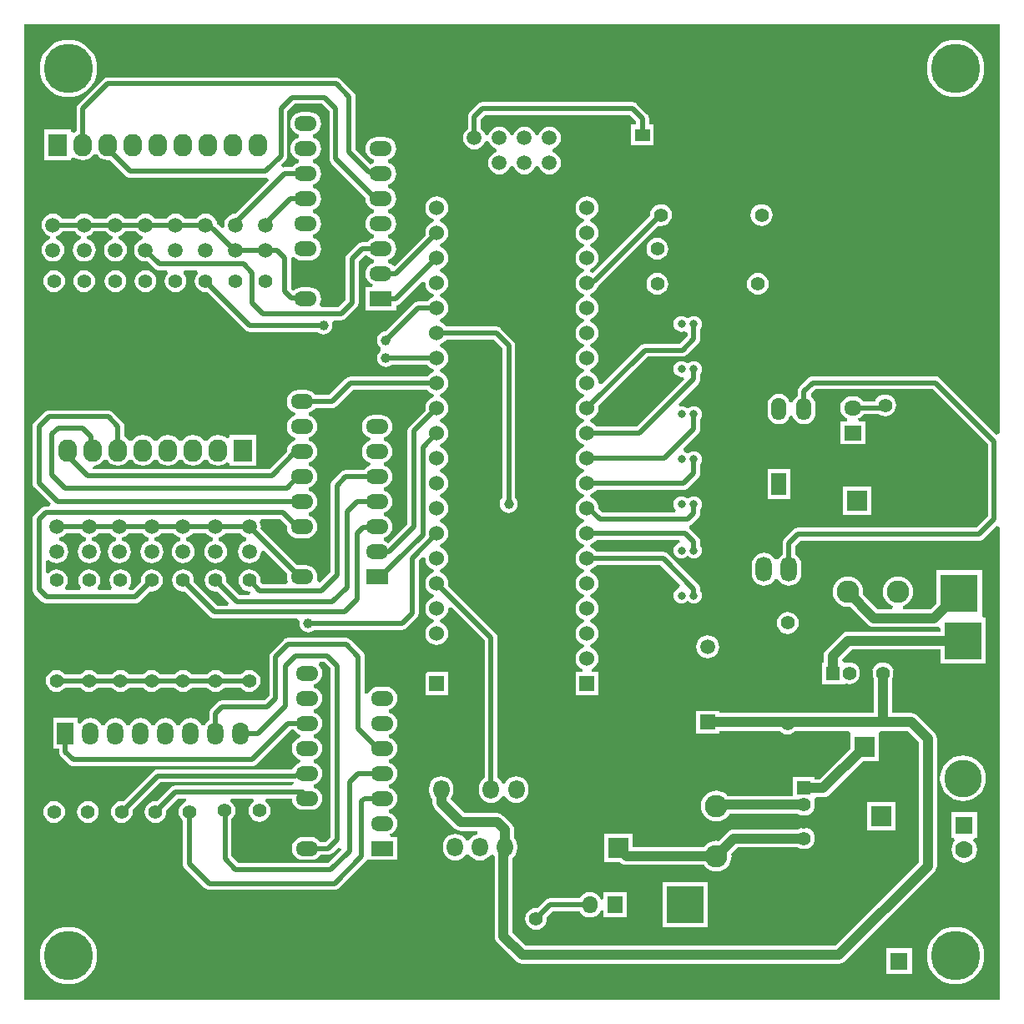
<source format=gbl>
G04*
G04 #@! TF.GenerationSoftware,Altium Limited,Altium Designer,21.3.2 (30)*
G04*
G04 Layer_Physical_Order=2*
G04 Layer_Color=16711680*
%FSTAX24Y24*%
%MOIN*%
G70*
G04*
G04 #@! TF.SameCoordinates,1AC0675F-A7BC-4776-8E39-8DD75055E93B*
G04*
G04*
G04 #@! TF.FilePolarity,Positive*
G04*
G01*
G75*
%ADD54C,0.0197*%
%ADD55C,0.0394*%
%ADD56O,0.0650X0.0750*%
%ADD57C,0.0551*%
%ADD58C,0.0591*%
%ADD59C,0.0600*%
%ADD60R,0.0600X0.0600*%
%ADD61R,0.0700X0.0700*%
%ADD62C,0.0700*%
%ADD63R,0.1500X0.1500*%
%ADD64C,0.1500*%
%ADD65R,0.0700X0.0700*%
%ADD66C,0.0827*%
%ADD67R,0.0827X0.0827*%
%ADD68R,0.0591X0.0591*%
%ADD69O,0.0660X0.1000*%
%ADD70C,0.0900*%
%ADD71R,0.0551X0.0551*%
%ADD72R,0.0827X0.0827*%
%ADD73R,0.1500X0.1500*%
%ADD74O,0.0600X0.0700*%
%ADD75R,0.0600X0.0700*%
%ADD76C,0.0315*%
%ADD77R,0.0900X0.0600*%
%ADD78O,0.0900X0.0600*%
%ADD79R,0.0591X0.0512*%
%ADD80O,0.0591X0.0512*%
%ADD81O,0.0600X0.0900*%
%ADD82R,0.0600X0.0900*%
%ADD83O,0.0700X0.0600*%
%ADD84R,0.0700X0.0600*%
%ADD85O,0.0750X0.0900*%
%ADD86R,0.0750X0.0900*%
%ADD87O,0.0650X0.0900*%
%ADD88R,0.0650X0.0900*%
%ADD89R,0.0551X0.0551*%
%ADD90C,0.0394*%
%ADD91C,0.1969*%
G36*
X047048Y025213D02*
X046929Y025164D01*
X044671Y027421D01*
X044618Y027463D01*
X044556Y027488D01*
X044489Y027497D01*
X039589D01*
X039522Y027488D01*
X03946Y027463D01*
X039406Y027421D01*
X039056Y027071D01*
X039015Y027018D01*
X03899Y026956D01*
X038981Y026889D01*
Y026718D01*
X038913Y026665D01*
X038839Y02657D01*
X038801Y026476D01*
X038739Y026467D01*
X038677Y026476D01*
X038639Y02657D01*
X038565Y026665D01*
X03847Y026739D01*
X038358Y026785D01*
X038239Y0268D01*
X03812Y026785D01*
X038008Y026739D01*
X037913Y026665D01*
X037839Y02657D01*
X037793Y026458D01*
X037778Y026339D01*
Y026039D01*
X037793Y02592D01*
X037839Y025808D01*
X037913Y025713D01*
X038008Y025639D01*
X03812Y025593D01*
X038239Y025578D01*
X038358Y025593D01*
X03847Y025639D01*
X038565Y025713D01*
X038639Y025808D01*
X038677Y025902D01*
X038739Y025911D01*
X038801Y025902D01*
X038839Y025808D01*
X038913Y025713D01*
X039008Y025639D01*
X03912Y025593D01*
X039239Y025578D01*
X039358Y025593D01*
X03947Y025639D01*
X039565Y025713D01*
X039639Y025808D01*
X039685Y02592D01*
X0397Y026039D01*
Y026339D01*
X039685Y026458D01*
X039639Y02657D01*
X039565Y026665D01*
X039542Y026683D01*
X039535Y02682D01*
X039696Y026981D01*
X044382D01*
X046581Y024782D01*
Y021896D01*
X046132Y021447D01*
X038989D01*
X038922Y021438D01*
X03886Y021413D01*
X038806Y021371D01*
X038456Y021021D01*
X038415Y020968D01*
X03839Y020906D01*
X038381Y020839D01*
Y020375D01*
X038291Y020307D01*
X038213Y020205D01*
X038203Y02018D01*
X038075D01*
X038065Y020205D01*
X037987Y020307D01*
X037885Y020385D01*
X037766Y020434D01*
X037639Y020451D01*
X037512Y020434D01*
X037393Y020385D01*
X037291Y020307D01*
X037213Y020205D01*
X037164Y020086D01*
X037147Y019959D01*
Y019619D01*
X037164Y019492D01*
X037213Y019373D01*
X037291Y019271D01*
X037393Y019193D01*
X037512Y019144D01*
X037639Y019127D01*
X037766Y019144D01*
X037885Y019193D01*
X037987Y019271D01*
X038065Y019373D01*
X038075Y019398D01*
X038203D01*
X038213Y019373D01*
X038291Y019271D01*
X038393Y019193D01*
X038512Y019144D01*
X038639Y019127D01*
X038766Y019144D01*
X038885Y019193D01*
X038987Y019271D01*
X039065Y019373D01*
X039114Y019492D01*
X039131Y019619D01*
Y019959D01*
X039114Y020086D01*
X039065Y020205D01*
X038987Y020307D01*
X038897Y020375D01*
Y020732D01*
X039096Y020931D01*
X046239D01*
X046306Y02094D01*
X046368Y020965D01*
X046421Y021006D01*
X046929Y021514D01*
X047048Y021465D01*
Y002601D01*
X008101D01*
Y041548D01*
X047048D01*
Y025213D01*
D02*
G37*
%LPC*%
G36*
X045291Y040936D02*
X045111Y040922D01*
X044937Y04088D01*
X044771Y040811D01*
X044617Y040717D01*
X044481Y0406D01*
X044364Y040464D01*
X04427Y040311D01*
X044201Y040144D01*
X044159Y03997D01*
X044145Y039791D01*
X044159Y039611D01*
X044201Y039437D01*
X04427Y039271D01*
X044364Y039117D01*
X044481Y038981D01*
X044617Y038864D01*
X044771Y03877D01*
X044937Y038701D01*
X045111Y038659D01*
X045291Y038645D01*
X04547Y038659D01*
X045644Y038701D01*
X04581Y03877D01*
X045964Y038864D01*
X0461Y038981D01*
X046217Y039117D01*
X046311Y039271D01*
X04638Y039437D01*
X046422Y039611D01*
X046436Y039791D01*
X046422Y03997D01*
X04638Y040144D01*
X046311Y040311D01*
X046217Y040464D01*
X0461Y0406D01*
X045964Y040717D01*
X04581Y040811D01*
X045644Y04088D01*
X04547Y040922D01*
X045291Y040936D01*
D02*
G37*
G36*
X009857D02*
X009678Y040922D01*
X009504Y04088D01*
X009338Y040811D01*
X009184Y040717D01*
X009048Y0406D01*
X008931Y040464D01*
X008837Y040311D01*
X008768Y040144D01*
X008726Y03997D01*
X008712Y039791D01*
X008726Y039611D01*
X008768Y039437D01*
X008837Y039271D01*
X008931Y039117D01*
X009048Y038981D01*
X009184Y038864D01*
X009338Y03877D01*
X009504Y038701D01*
X009678Y038659D01*
X009857Y038645D01*
X010037Y038659D01*
X010211Y038701D01*
X010377Y03877D01*
X010531Y038864D01*
X010667Y038981D01*
X010784Y039117D01*
X010878Y039271D01*
X010947Y039437D01*
X010989Y039611D01*
X011003Y039791D01*
X010989Y03997D01*
X010947Y040144D01*
X010878Y040311D01*
X010784Y040464D01*
X010667Y0406D01*
X010531Y040717D01*
X010377Y040811D01*
X010211Y04088D01*
X010037Y040922D01*
X009857Y040936D01*
D02*
G37*
G36*
X020546Y03944D02*
X011432D01*
X011365Y039431D01*
X011303Y039405D01*
X011249Y039364D01*
X010256Y038371D01*
X010215Y038318D01*
X01019Y038256D01*
X010181Y038189D01*
Y037283D01*
X01017Y037279D01*
X01009Y037217D01*
X00999Y037253D01*
X009971Y037269D01*
Y037346D01*
X008906D01*
Y036131D01*
X009971D01*
Y036209D01*
X00999Y036225D01*
X01009Y036261D01*
X01017Y036199D01*
X0103Y036145D01*
X010439Y036127D01*
X010578Y036145D01*
X010708Y036199D01*
X010819Y036284D01*
X010867Y036348D01*
X010881Y036354D01*
X010997D01*
X011011Y036348D01*
X011059Y036284D01*
X01117Y036199D01*
X0113Y036145D01*
X011439Y036127D01*
X011525Y036138D01*
X012156Y035506D01*
X01221Y035465D01*
X012272Y03544D01*
X012339Y035431D01*
X017739D01*
X017806Y03544D01*
X017809Y035441D01*
X017876Y035341D01*
X016529Y033994D01*
X016421Y03398D01*
X016311Y033934D01*
X016216Y033862D01*
X016143Y033767D01*
X016098Y033657D01*
X016082Y033539D01*
X016092Y033468D01*
X01598Y033413D01*
X015817Y033576D01*
X015788Y033598D01*
X01578Y033657D01*
X015734Y033767D01*
X015662Y033862D01*
X015567Y033934D01*
X015457Y03398D01*
X015339Y033996D01*
X015221Y03398D01*
X015111Y033934D01*
X015016Y033862D01*
X014966Y033797D01*
X014512D01*
X014462Y033862D01*
X014367Y033934D01*
X014257Y03398D01*
X014139Y033996D01*
X014021Y03398D01*
X013911Y033934D01*
X013816Y033862D01*
X013766Y033797D01*
X013312D01*
X013262Y033862D01*
X013167Y033934D01*
X013057Y03398D01*
X012939Y033996D01*
X012821Y03398D01*
X012711Y033934D01*
X012616Y033862D01*
X012566Y033797D01*
X012112D01*
X012062Y033862D01*
X011967Y033934D01*
X011857Y03398D01*
X011739Y033996D01*
X011621Y03398D01*
X011511Y033934D01*
X011416Y033862D01*
X011366Y033797D01*
X010862D01*
X010812Y033862D01*
X010717Y033934D01*
X010607Y03398D01*
X010489Y033996D01*
X010371Y03398D01*
X010261Y033934D01*
X010166Y033862D01*
X010116Y033797D01*
X009612D01*
X009562Y033862D01*
X009467Y033934D01*
X009357Y03398D01*
X009239Y033996D01*
X009121Y03398D01*
X009011Y033934D01*
X008916Y033862D01*
X008844Y033767D01*
X008798Y033657D01*
X008782Y033539D01*
X008798Y033421D01*
X008844Y033311D01*
X008916Y033216D01*
X009011Y033143D01*
X009121Y033098D01*
Y03298D01*
X009011Y032934D01*
X008916Y032862D01*
X008844Y032767D01*
X008798Y032657D01*
X008782Y032539D01*
X008798Y032421D01*
X008844Y032311D01*
X008916Y032216D01*
X009011Y032143D01*
X009121Y032098D01*
X009239Y032082D01*
X009357Y032098D01*
X009467Y032143D01*
X009562Y032216D01*
X009634Y032311D01*
X00968Y032421D01*
X009696Y032539D01*
X00968Y032657D01*
X009634Y032767D01*
X009562Y032862D01*
X009467Y032934D01*
X009357Y03298D01*
Y033098D01*
X009467Y033143D01*
X009562Y033216D01*
X009612Y033281D01*
X010116D01*
X010166Y033216D01*
X010261Y033143D01*
X010371Y033098D01*
Y03298D01*
X010261Y032934D01*
X010166Y032862D01*
X010093Y032767D01*
X010048Y032657D01*
X010032Y032539D01*
X010048Y032421D01*
X010093Y032311D01*
X010166Y032216D01*
X010261Y032143D01*
X010371Y032098D01*
X010489Y032082D01*
X010607Y032098D01*
X010717Y032143D01*
X010812Y032216D01*
X010884Y032311D01*
X01093Y032421D01*
X010946Y032539D01*
X01093Y032657D01*
X010884Y032767D01*
X010812Y032862D01*
X010717Y032934D01*
X010607Y03298D01*
Y033098D01*
X010717Y033143D01*
X010812Y033216D01*
X010862Y033281D01*
X011366D01*
X011416Y033216D01*
X011511Y033143D01*
X011621Y033098D01*
Y03298D01*
X011511Y032934D01*
X011416Y032862D01*
X011343Y032767D01*
X011298Y032657D01*
X011282Y032539D01*
X011298Y032421D01*
X011343Y032311D01*
X011416Y032216D01*
X011511Y032143D01*
X011621Y032098D01*
X011739Y032082D01*
X011857Y032098D01*
X011967Y032143D01*
X012062Y032216D01*
X012134Y032311D01*
X01218Y032421D01*
X012196Y032539D01*
X01218Y032657D01*
X012134Y032767D01*
X012062Y032862D01*
X011967Y032934D01*
X011857Y03298D01*
Y033098D01*
X011967Y033143D01*
X012062Y033216D01*
X012112Y033281D01*
X012566D01*
X012616Y033216D01*
X012711Y033143D01*
X012821Y033098D01*
Y03298D01*
X012711Y032934D01*
X012616Y032862D01*
X012543Y032767D01*
X012498Y032657D01*
X012482Y032539D01*
X012498Y032421D01*
X012543Y032311D01*
X012616Y032216D01*
X012711Y032143D01*
X012821Y032098D01*
X012939Y032082D01*
X01302Y032093D01*
X013315Y031797D01*
X013369Y031756D01*
X013431Y031731D01*
X013498Y031722D01*
X013787D01*
X013827Y031613D01*
X013829Y031604D01*
X013761Y031515D01*
X013717Y03141D01*
X013702Y031297D01*
X013717Y031184D01*
X013761Y031078D01*
X01383Y030988D01*
X013921Y030919D01*
X014026Y030875D01*
X014139Y03086D01*
X014252Y030875D01*
X014357Y030919D01*
X014448Y030988D01*
X014517Y031078D01*
X014561Y031184D01*
X014576Y031297D01*
X014561Y03141D01*
X014517Y031515D01*
X014449Y031604D01*
X014451Y031613D01*
X01449Y031722D01*
X014987D01*
X015027Y031613D01*
X015029Y031604D01*
X014961Y031515D01*
X014917Y03141D01*
X014902Y031297D01*
X014917Y031184D01*
X014961Y031078D01*
X01503Y030988D01*
X015121Y030919D01*
X015226Y030875D01*
X015339Y03086D01*
X015402Y030868D01*
X016923Y029347D01*
X016977Y029306D01*
X017039Y029281D01*
X017106Y029272D01*
X019804D01*
X019871Y02922D01*
X019957Y029185D01*
X02005Y029173D01*
X020143Y029185D01*
X020229Y02922D01*
X020303Y029277D01*
X02036Y029351D01*
X020395Y029437D01*
X020407Y02953D01*
X020395Y029622D01*
X020395Y029624D01*
X020474Y029742D01*
X02075D01*
X020817Y029751D01*
X020879Y029776D01*
X020933Y029817D01*
X021371Y030256D01*
X021413Y03031D01*
X021438Y030372D01*
X021447Y030439D01*
Y032082D01*
X021696Y032331D01*
X02181D01*
X021863Y032263D01*
X021958Y032189D01*
X022052Y032151D01*
X022061Y032089D01*
X022052Y032027D01*
X021958Y031989D01*
X021863Y031915D01*
X021789Y03182D01*
X021743Y031708D01*
X021728Y031589D01*
X021743Y03147D01*
X021789Y031358D01*
X021863Y031263D01*
X021958Y031189D01*
X022018Y031165D01*
X021995Y031046D01*
X021732D01*
Y030131D01*
X022946D01*
Y030332D01*
X023006Y03034D01*
X023068Y030365D01*
X023121Y030406D01*
X024002Y031287D01*
X024114Y031232D01*
X024113Y031224D01*
X024128Y031105D01*
X024174Y030993D01*
X024248Y030898D01*
X024343Y030824D01*
X024437Y030786D01*
X024446Y030724D01*
X024437Y030662D01*
X024343Y030624D01*
X024248Y03055D01*
X024195Y030482D01*
X023824D01*
X023757Y030473D01*
X023695Y030448D01*
X023642Y030407D01*
X02253Y029295D01*
X022446Y029284D01*
X02236Y029248D01*
X022286Y029192D01*
X022229Y029118D01*
X022194Y029031D01*
X022182Y028939D01*
X022194Y028846D01*
X022229Y02876D01*
X022286Y028686D01*
X022332Y028651D01*
X022343Y028603D01*
X022342Y028557D01*
X022332Y028514D01*
X022284Y028477D01*
X022227Y028403D01*
X022191Y028317D01*
X022179Y028224D01*
X022191Y028132D01*
X022227Y028045D01*
X022284Y027971D01*
X022358Y027915D01*
X022444Y027879D01*
X022536Y027867D01*
X022629Y027879D01*
X022715Y027915D01*
X022782Y027966D01*
X024195D01*
X024248Y027898D01*
X024343Y027824D01*
X024437Y027786D01*
X024446Y027724D01*
X024437Y027662D01*
X024343Y027624D01*
X024248Y02755D01*
X024195Y027482D01*
X021115D01*
X021048Y027473D01*
X020986Y027448D01*
X020933Y027407D01*
X020273Y026747D01*
X019718D01*
X019665Y026815D01*
X01957Y026889D01*
X019458Y026935D01*
X019339Y02695D01*
X019039D01*
X01892Y026935D01*
X018808Y026889D01*
X018713Y026815D01*
X018639Y02672D01*
X018593Y026608D01*
X018578Y026489D01*
X018593Y02637D01*
X018639Y026258D01*
X018713Y026163D01*
X018808Y026089D01*
X018902Y026051D01*
X018911Y025989D01*
X018902Y025927D01*
X018808Y025889D01*
X018713Y025815D01*
X018639Y02572D01*
X018593Y025608D01*
X018578Y025489D01*
X018593Y02537D01*
X018639Y025258D01*
X018713Y025163D01*
X018808Y025089D01*
X018902Y025051D01*
X018911Y024989D01*
X018902Y024927D01*
X018808Y024889D01*
X018713Y024815D01*
X018639Y02472D01*
X018593Y024608D01*
X018578Y024493D01*
X017882Y023797D01*
X010838D01*
X010829Y023811D01*
X010831Y023827D01*
X010892Y023934D01*
X010978Y023945D01*
X011108Y023999D01*
X011219Y024084D01*
X011267Y024148D01*
X011281Y024154D01*
X011397D01*
X011411Y024148D01*
X011459Y024084D01*
X01157Y023999D01*
X0117Y023945D01*
X011839Y023927D01*
X011978Y023945D01*
X012108Y023999D01*
X012219Y024084D01*
X012267Y024148D01*
X012281Y024154D01*
X012397D01*
X012411Y024148D01*
X012459Y024084D01*
X01257Y023999D01*
X0127Y023945D01*
X012839Y023927D01*
X012978Y023945D01*
X013108Y023999D01*
X013219Y024084D01*
X013267Y024148D01*
X013281Y024154D01*
X013397D01*
X013411Y024148D01*
X013459Y024084D01*
X01357Y023999D01*
X0137Y023945D01*
X013839Y023927D01*
X013978Y023945D01*
X014108Y023999D01*
X014219Y024084D01*
X014267Y024148D01*
X014281Y024154D01*
X014397D01*
X014411Y024148D01*
X014459Y024084D01*
X01457Y023999D01*
X0147Y023945D01*
X014839Y023927D01*
X014978Y023945D01*
X015108Y023999D01*
X015219Y024084D01*
X015267Y024148D01*
X015281Y024154D01*
X015397D01*
X015411Y024148D01*
X015459Y024084D01*
X01557Y023999D01*
X0157Y023945D01*
X015839Y023927D01*
X015978Y023945D01*
X016108Y023999D01*
X016188Y024061D01*
X016288Y024025D01*
X016307Y024009D01*
Y023932D01*
X017371D01*
Y025146D01*
X016307D01*
Y025069D01*
X016288Y025053D01*
X016188Y025017D01*
X016108Y025079D01*
X015978Y025133D01*
X015839Y025151D01*
X0157Y025133D01*
X01557Y025079D01*
X015459Y024994D01*
X015411Y02493D01*
X015397Y024924D01*
X015281D01*
X015267Y02493D01*
X015219Y024994D01*
X015108Y025079D01*
X014978Y025133D01*
X014839Y025151D01*
X0147Y025133D01*
X01457Y025079D01*
X014459Y024994D01*
X014411Y02493D01*
X014397Y024924D01*
X014281D01*
X014267Y02493D01*
X014219Y024994D01*
X014108Y025079D01*
X013978Y025133D01*
X013839Y025151D01*
X0137Y025133D01*
X01357Y025079D01*
X013459Y024994D01*
X013411Y02493D01*
X013397Y024924D01*
X013281D01*
X013267Y02493D01*
X013219Y024994D01*
X013108Y025079D01*
X012978Y025133D01*
X012839Y025151D01*
X0127Y025133D01*
X01257Y025079D01*
X012459Y024994D01*
X012411Y02493D01*
X012397Y024924D01*
X012281D01*
X012267Y02493D01*
X012219Y024994D01*
X012108Y025079D01*
X012097Y025083D01*
Y025489D01*
X012088Y025556D01*
X012063Y025618D01*
X012021Y025671D01*
X01163Y026063D01*
X011577Y026104D01*
X011515Y026129D01*
X011448Y026138D01*
X00908D01*
X009013Y026129D01*
X008951Y026104D01*
X008897Y026063D01*
X008506Y025671D01*
X008465Y025618D01*
X00844Y025556D01*
X008431Y025489D01*
Y023239D01*
X00844Y023172D01*
X008465Y02311D01*
X008506Y023056D01*
X009146Y022417D01*
X0091Y022308D01*
X00895D01*
X008883Y022299D01*
X008821Y022274D01*
X008767Y022233D01*
X008506Y021971D01*
X008465Y021918D01*
X00844Y021856D01*
X008431Y021789D01*
Y018989D01*
X00844Y018922D01*
X008465Y01886D01*
X008506Y018806D01*
X008805Y018507D01*
X008859Y018466D01*
X008921Y018441D01*
X008988Y018432D01*
X012532D01*
X012599Y018441D01*
X012661Y018466D01*
X012715Y018507D01*
X013126Y018918D01*
X013189Y01891D01*
X013302Y018925D01*
X013407Y018969D01*
X013498Y019038D01*
X013567Y019128D01*
X013611Y019234D01*
X013626Y019347D01*
X013611Y01946D01*
X013567Y019565D01*
X013498Y019656D01*
X013407Y019725D01*
X013302Y019769D01*
X013189Y019784D01*
X013076Y019769D01*
X012971Y019725D01*
X01288Y019656D01*
X012811Y019565D01*
X012767Y01946D01*
X012752Y019347D01*
X012761Y019283D01*
X012434Y018956D01*
X012312Y01896D01*
X012302Y018972D01*
X01227Y019066D01*
X012317Y019128D01*
X012361Y019234D01*
X012376Y019347D01*
X012361Y01946D01*
X012317Y019565D01*
X012248Y019656D01*
X012157Y019725D01*
X012052Y019769D01*
X011939Y019784D01*
X011826Y019769D01*
X011721Y019725D01*
X01163Y019656D01*
X011561Y019565D01*
X011517Y01946D01*
X011502Y019347D01*
X011517Y019234D01*
X011561Y019128D01*
X011608Y019066D01*
X011576Y018972D01*
X011556Y018948D01*
X011072D01*
X011052Y018972D01*
X01102Y019066D01*
X011067Y019128D01*
X011111Y019234D01*
X011126Y019347D01*
X011111Y01946D01*
X011067Y019565D01*
X010998Y019656D01*
X010907Y019725D01*
X010802Y019769D01*
X010689Y019784D01*
X010576Y019769D01*
X010471Y019725D01*
X01038Y019656D01*
X010311Y019565D01*
X010267Y01946D01*
X010252Y019347D01*
X010267Y019234D01*
X010311Y019128D01*
X010358Y019066D01*
X010326Y018972D01*
X010306Y018948D01*
X009772D01*
X009752Y018972D01*
X00972Y019066D01*
X009767Y019128D01*
X009811Y019234D01*
X009826Y019347D01*
X009811Y01946D01*
X009767Y019565D01*
X009698Y019656D01*
X009607Y019725D01*
X009502Y019769D01*
X009389Y019784D01*
X009276Y019769D01*
X009171Y019725D01*
X00908Y019656D01*
X009065Y019636D01*
X008947Y019676D01*
Y020127D01*
X009065Y020167D01*
X009066Y020166D01*
X009161Y020094D01*
X009271Y020048D01*
X009389Y020032D01*
X009507Y020048D01*
X009617Y020094D01*
X009712Y020166D01*
X009784Y020261D01*
X00983Y020371D01*
X009846Y020489D01*
X00983Y020607D01*
X009784Y020717D01*
X009712Y020812D01*
X009617Y020884D01*
X009507Y02093D01*
Y021048D01*
X009617Y021093D01*
X009712Y021166D01*
X009762Y021231D01*
X010316D01*
X010366Y021166D01*
X010461Y021093D01*
X010571Y021048D01*
Y02093D01*
X010461Y020884D01*
X010366Y020812D01*
X010294Y020717D01*
X010248Y020607D01*
X010232Y020489D01*
X010248Y020371D01*
X010294Y020261D01*
X010366Y020166D01*
X010461Y020094D01*
X010571Y020048D01*
X010689Y020032D01*
X010807Y020048D01*
X010917Y020094D01*
X011012Y020166D01*
X011084Y020261D01*
X01113Y020371D01*
X011146Y020489D01*
X01113Y020607D01*
X011084Y020717D01*
X011012Y020812D01*
X010917Y020884D01*
X010807Y02093D01*
Y021048D01*
X010917Y021093D01*
X011012Y021166D01*
X011062Y021231D01*
X011516D01*
X011566Y021166D01*
X011661Y021093D01*
X011771Y021048D01*
Y02093D01*
X011661Y020884D01*
X011566Y020812D01*
X011494Y020717D01*
X011448Y020607D01*
X011432Y020489D01*
X011448Y020371D01*
X011494Y020261D01*
X011566Y020166D01*
X011661Y020094D01*
X011771Y020048D01*
X011889Y020032D01*
X012007Y020048D01*
X012117Y020094D01*
X012212Y020166D01*
X012284Y020261D01*
X01233Y020371D01*
X012346Y020489D01*
X01233Y020607D01*
X012284Y020717D01*
X012212Y020812D01*
X012117Y020884D01*
X012007Y02093D01*
Y021048D01*
X012117Y021093D01*
X012212Y021166D01*
X012262Y021231D01*
X012816D01*
X012866Y021166D01*
X012961Y021093D01*
X013071Y021048D01*
Y02093D01*
X012961Y020884D01*
X012866Y020812D01*
X012794Y020717D01*
X012748Y020607D01*
X012732Y020489D01*
X012748Y020371D01*
X012794Y020261D01*
X012866Y020166D01*
X012961Y020094D01*
X013071Y020048D01*
X013189Y020032D01*
X013307Y020048D01*
X013417Y020094D01*
X013512Y020166D01*
X013584Y020261D01*
X01363Y020371D01*
X013646Y020489D01*
X01363Y020607D01*
X013584Y020717D01*
X013512Y020812D01*
X013417Y020884D01*
X013307Y02093D01*
Y021048D01*
X013417Y021093D01*
X013512Y021166D01*
X013562Y021231D01*
X014066D01*
X014116Y021166D01*
X014211Y021093D01*
X014321Y021048D01*
Y02093D01*
X014211Y020884D01*
X014116Y020812D01*
X014044Y020717D01*
X013998Y020607D01*
X013982Y020489D01*
X013998Y020371D01*
X014044Y020261D01*
X014116Y020166D01*
X014211Y020094D01*
X014321Y020048D01*
X014439Y020032D01*
X014557Y020048D01*
X014667Y020094D01*
X014762Y020166D01*
X014834Y020261D01*
X01488Y020371D01*
X014896Y020489D01*
X01488Y020607D01*
X014834Y020717D01*
X014762Y020812D01*
X014667Y020884D01*
X014557Y02093D01*
Y021048D01*
X014667Y021093D01*
X014762Y021166D01*
X014812Y021231D01*
X015366D01*
X015416Y021166D01*
X015511Y021093D01*
X015621Y021048D01*
Y02093D01*
X015511Y020884D01*
X015416Y020812D01*
X015344Y020717D01*
X015298Y020607D01*
X015282Y020489D01*
X015298Y020371D01*
X015344Y020261D01*
X015416Y020166D01*
X015511Y020094D01*
X015621Y020048D01*
X015739Y020032D01*
X015857Y020048D01*
X015967Y020094D01*
X016062Y020166D01*
X016134Y020261D01*
X01618Y020371D01*
X016196Y020489D01*
X01618Y020607D01*
X016134Y020717D01*
X016062Y020812D01*
X015967Y020884D01*
X015857Y02093D01*
Y021048D01*
X015967Y021093D01*
X016062Y021166D01*
X016112Y021231D01*
X016716D01*
X016766Y021166D01*
X016861Y021093D01*
X016971Y021048D01*
Y02093D01*
X016861Y020884D01*
X016766Y020812D01*
X016694Y020717D01*
X016648Y020607D01*
X016632Y020489D01*
X016648Y020371D01*
X016694Y020261D01*
X016766Y020166D01*
X016861Y020094D01*
X016971Y020048D01*
X017089Y020032D01*
X017207Y020048D01*
X017317Y020094D01*
X017412Y020166D01*
X017484Y020261D01*
X01753Y020371D01*
X017546Y020489D01*
X017544Y020502D01*
X017656Y020557D01*
X018597Y019616D01*
X018593Y019608D01*
X018578Y019489D01*
X018593Y01937D01*
X018618Y019309D01*
X018552Y019191D01*
X01761D01*
X017517Y019283D01*
X017526Y019347D01*
X017511Y01946D01*
X017467Y019565D01*
X017398Y019656D01*
X017307Y019725D01*
X017202Y019769D01*
X017089Y019784D01*
X016976Y019769D01*
X016871Y019725D01*
X01678Y019656D01*
X016711Y019565D01*
X016667Y01946D01*
X016652Y019347D01*
X016667Y019234D01*
X016711Y019128D01*
X01678Y019038D01*
X016871Y018969D01*
X016976Y018925D01*
X017089Y01891D01*
X017097Y018911D01*
X017136Y018865D01*
X017081Y018747D01*
X016704D01*
X016167Y019283D01*
X016176Y019347D01*
X016161Y01946D01*
X016117Y019565D01*
X016048Y019656D01*
X015957Y019725D01*
X015852Y019769D01*
X015739Y019784D01*
X015626Y019769D01*
X015521Y019725D01*
X01543Y019656D01*
X015361Y019565D01*
X015317Y01946D01*
X015302Y019347D01*
X015317Y019234D01*
X015361Y019128D01*
X01543Y019038D01*
X015521Y018969D01*
X015626Y018925D01*
X015739Y01891D01*
X015802Y018918D01*
X016271Y01845D01*
X016226Y018341D01*
X01581D01*
X014867Y019283D01*
X014876Y019347D01*
X014861Y01946D01*
X014817Y019565D01*
X014748Y019656D01*
X014657Y019725D01*
X014552Y019769D01*
X014439Y019784D01*
X014326Y019769D01*
X014221Y019725D01*
X01413Y019656D01*
X014061Y019565D01*
X014017Y01946D01*
X014002Y019347D01*
X014017Y019234D01*
X014061Y019128D01*
X01413Y019038D01*
X014221Y018969D01*
X014326Y018925D01*
X014439Y01891D01*
X014502Y018918D01*
X015521Y0179D01*
X015574Y017859D01*
X015636Y017833D01*
X015703Y017825D01*
X019009D01*
X019083Y017737D01*
X019093Y017707D01*
X019083Y01763D01*
X019095Y017537D01*
X01913Y017451D01*
X019187Y017377D01*
X019261Y01732D01*
X019347Y017285D01*
X01944Y017273D01*
X019533Y017285D01*
X019619Y01732D01*
X019686Y017372D01*
X02318D01*
X023247Y017381D01*
X023309Y017406D01*
X023363Y017447D01*
X023771Y017856D01*
X023813Y01791D01*
X023838Y017972D01*
X023847Y018039D01*
Y020132D01*
X024002Y020287D01*
X024114Y020232D01*
X024113Y020224D01*
X024128Y020105D01*
X024174Y019993D01*
X024248Y019898D01*
X024343Y019824D01*
X024437Y019786D01*
X024446Y019724D01*
X024437Y019662D01*
X024343Y019624D01*
X024248Y01955D01*
X024174Y019455D01*
X024128Y019343D01*
X024113Y019224D01*
X024128Y019105D01*
X024174Y018993D01*
X024248Y018898D01*
X024343Y018824D01*
X024437Y018786D01*
X024446Y018724D01*
X024437Y018662D01*
X024343Y018624D01*
X024248Y01855D01*
X024174Y018455D01*
X024128Y018343D01*
X024113Y018224D01*
X024128Y018105D01*
X024174Y017993D01*
X024248Y017898D01*
X024343Y017824D01*
X024437Y017786D01*
X024446Y017724D01*
X024437Y017662D01*
X024343Y017624D01*
X024248Y01755D01*
X024174Y017455D01*
X024128Y017343D01*
X024113Y017224D01*
X024128Y017105D01*
X024174Y016993D01*
X024248Y016898D01*
X024343Y016824D01*
X024455Y016778D01*
X024574Y016763D01*
X024693Y016778D01*
X024805Y016824D01*
X0249Y016898D01*
X024974Y016993D01*
X02502Y017105D01*
X025035Y017224D01*
X02502Y017343D01*
X024974Y017455D01*
X0249Y01755D01*
X024805Y017624D01*
X024711Y017662D01*
X024702Y017724D01*
X024711Y017786D01*
X024805Y017824D01*
X0249Y017898D01*
X024974Y017993D01*
X02502Y018105D01*
X025035Y018224D01*
X025034Y018232D01*
X025146Y018287D01*
X026481Y016952D01*
Y011449D01*
X026395Y011383D01*
X026318Y011282D01*
X026269Y011165D01*
X026252Y011039D01*
Y010939D01*
X026269Y010813D01*
X026318Y010696D01*
X026395Y010595D01*
X026496Y010518D01*
X026613Y010469D01*
X026739Y010452D01*
X026865Y010469D01*
X026982Y010518D01*
X027083Y010595D01*
X02716Y010696D01*
X02718Y010743D01*
X027308D01*
X027328Y010696D01*
X027405Y010595D01*
X027506Y010518D01*
X027623Y010469D01*
X027749Y010452D01*
X027875Y010469D01*
X027992Y010518D01*
X028093Y010595D01*
X02817Y010696D01*
X028219Y010813D01*
X028236Y010939D01*
Y011039D01*
X028219Y011165D01*
X02817Y011282D01*
X028093Y011383D01*
X027992Y01146D01*
X027875Y011509D01*
X027749Y011526D01*
X027623Y011509D01*
X027506Y01146D01*
X027405Y011383D01*
X027328Y011282D01*
X027308Y011235D01*
X02718D01*
X02716Y011282D01*
X027083Y011383D01*
X026997Y011449D01*
Y017059D01*
X026988Y017126D01*
X026963Y017188D01*
X026921Y017242D01*
X025024Y019139D01*
X025035Y019224D01*
X02502Y019343D01*
X024974Y019455D01*
X0249Y01955D01*
X024805Y019624D01*
X024711Y019662D01*
X024702Y019724D01*
X024711Y019786D01*
X024805Y019824D01*
X0249Y019898D01*
X024974Y019993D01*
X02502Y020105D01*
X025035Y020224D01*
X02502Y020343D01*
X024974Y020455D01*
X0249Y02055D01*
X024805Y020624D01*
X024711Y020662D01*
X024702Y020724D01*
X024711Y020786D01*
X024805Y020824D01*
X0249Y020898D01*
X024974Y020993D01*
X02502Y021105D01*
X025035Y021224D01*
X02502Y021343D01*
X024974Y021455D01*
X0249Y02155D01*
X024805Y021624D01*
X024711Y021662D01*
X024702Y021724D01*
X024711Y021786D01*
X024805Y021824D01*
X0249Y021898D01*
X024974Y021993D01*
X02502Y022105D01*
X025035Y022224D01*
X02502Y022343D01*
X024974Y022455D01*
X0249Y02255D01*
X024805Y022624D01*
X024711Y022662D01*
X024702Y022724D01*
X024711Y022786D01*
X024805Y022824D01*
X0249Y022898D01*
X024974Y022993D01*
X02502Y023105D01*
X025035Y023224D01*
X02502Y023343D01*
X024974Y023455D01*
X0249Y02355D01*
X024805Y023624D01*
X024711Y023662D01*
X024702Y023724D01*
X024711Y023786D01*
X024805Y023824D01*
X0249Y023898D01*
X024974Y023993D01*
X02502Y024105D01*
X025035Y024224D01*
X02502Y024343D01*
X024974Y024455D01*
X0249Y02455D01*
X024805Y024624D01*
X024711Y024662D01*
X024702Y024724D01*
X024711Y024786D01*
X024805Y024824D01*
X0249Y024898D01*
X024974Y024993D01*
X02502Y025105D01*
X025035Y025224D01*
X02502Y025343D01*
X024974Y025455D01*
X0249Y02555D01*
X024805Y025624D01*
X024711Y025662D01*
X024702Y025724D01*
X024711Y025786D01*
X024805Y025824D01*
X0249Y025898D01*
X024974Y025993D01*
X02502Y026105D01*
X025035Y026224D01*
X02502Y026343D01*
X024974Y026455D01*
X0249Y02655D01*
X024805Y026624D01*
X024711Y026662D01*
X024702Y026724D01*
X024711Y026786D01*
X024805Y026824D01*
X0249Y026898D01*
X024974Y026993D01*
X02502Y027105D01*
X025035Y027224D01*
X02502Y027343D01*
X024974Y027455D01*
X0249Y02755D01*
X024805Y027624D01*
X024711Y027662D01*
X024702Y027724D01*
X024711Y027786D01*
X024805Y027824D01*
X0249Y027898D01*
X024974Y027993D01*
X02502Y028105D01*
X025035Y028224D01*
X02502Y028343D01*
X024974Y028455D01*
X0249Y02855D01*
X024805Y028624D01*
X024711Y028662D01*
X024702Y028724D01*
X024711Y028786D01*
X024805Y028824D01*
X0249Y028898D01*
X024953Y028966D01*
X026847D01*
X027192Y028621D01*
Y022646D01*
X02714Y022579D01*
X027105Y022492D01*
X027093Y0224D01*
X027105Y022308D01*
X02714Y022221D01*
X027197Y022147D01*
X027271Y02209D01*
X027357Y022055D01*
X02745Y022043D01*
X027543Y022055D01*
X027629Y02209D01*
X027703Y022147D01*
X02776Y022221D01*
X027795Y022308D01*
X027807Y0224D01*
X027795Y022492D01*
X02776Y022579D01*
X027708Y022646D01*
Y028728D01*
X027699Y028795D01*
X027674Y028857D01*
X027633Y02891D01*
X027136Y029407D01*
X027083Y029448D01*
X027021Y029473D01*
X026954Y029482D01*
X024953D01*
X0249Y02955D01*
X024805Y029624D01*
X024711Y029662D01*
X024702Y029724D01*
X024711Y029786D01*
X024805Y029824D01*
X0249Y029898D01*
X024974Y029993D01*
X02502Y030105D01*
X025035Y030224D01*
X02502Y030343D01*
X024974Y030455D01*
X0249Y03055D01*
X024805Y030624D01*
X024711Y030662D01*
X024702Y030724D01*
X024711Y030786D01*
X024805Y030824D01*
X0249Y030898D01*
X024974Y030993D01*
X02502Y031105D01*
X025035Y031224D01*
X02502Y031343D01*
X024974Y031455D01*
X0249Y03155D01*
X024805Y031624D01*
X024711Y031662D01*
X024702Y031724D01*
X024711Y031786D01*
X024805Y031824D01*
X0249Y031898D01*
X024974Y031993D01*
X02502Y032105D01*
X025035Y032224D01*
X02502Y032343D01*
X024974Y032455D01*
X0249Y03255D01*
X024805Y032624D01*
X024711Y032662D01*
X024702Y032724D01*
X024711Y032786D01*
X024805Y032824D01*
X0249Y032898D01*
X024974Y032993D01*
X02502Y033105D01*
X025035Y033224D01*
X02502Y033343D01*
X024974Y033455D01*
X0249Y03355D01*
X024805Y033624D01*
X024711Y033662D01*
X024702Y033724D01*
X024711Y033786D01*
X024805Y033824D01*
X0249Y033898D01*
X024974Y033993D01*
X02502Y034105D01*
X025035Y034224D01*
X02502Y034343D01*
X024974Y034455D01*
X0249Y03455D01*
X024805Y034624D01*
X024693Y03467D01*
X024574Y034685D01*
X024455Y03467D01*
X024343Y034624D01*
X024248Y03455D01*
X024174Y034455D01*
X024128Y034343D01*
X024113Y034224D01*
X024128Y034105D01*
X024174Y033993D01*
X024248Y033898D01*
X024343Y033824D01*
X024437Y033786D01*
X024446Y033724D01*
X024437Y033662D01*
X024343Y033624D01*
X024248Y03355D01*
X024174Y033455D01*
X024128Y033343D01*
X024113Y033224D01*
X024124Y033139D01*
X022895Y03191D01*
X022815Y031915D01*
X02272Y031989D01*
X022626Y032027D01*
X022617Y032089D01*
X022626Y032151D01*
X02272Y032189D01*
X022815Y032263D01*
X022889Y032358D01*
X022935Y03247D01*
X02295Y032589D01*
X022935Y032708D01*
X022889Y03282D01*
X022815Y032915D01*
X02272Y032989D01*
X022626Y033027D01*
X022617Y033089D01*
X022626Y033151D01*
X02272Y033189D01*
X022815Y033263D01*
X022889Y033358D01*
X022935Y03347D01*
X02295Y033589D01*
X022935Y033708D01*
X022889Y03382D01*
X022815Y033915D01*
X02272Y033989D01*
X022626Y034027D01*
X022617Y034089D01*
X022626Y034151D01*
X02272Y034189D01*
X022815Y034263D01*
X022889Y034358D01*
X022935Y03447D01*
X02295Y034589D01*
X022935Y034708D01*
X022889Y03482D01*
X022815Y034915D01*
X02272Y034989D01*
X022626Y035027D01*
X022617Y035089D01*
X022626Y035151D01*
X02272Y035189D01*
X022815Y035263D01*
X022889Y035358D01*
X022935Y03547D01*
X02295Y035589D01*
X022935Y035708D01*
X022889Y03582D01*
X022815Y035915D01*
X02272Y035989D01*
X022626Y036027D01*
X022617Y036089D01*
X022626Y036151D01*
X02272Y036189D01*
X022815Y036263D01*
X022889Y036358D01*
X022935Y03647D01*
X02295Y036589D01*
X022935Y036708D01*
X022889Y03682D01*
X022815Y036915D01*
X02272Y036989D01*
X022608Y037035D01*
X022489Y03705D01*
X022189D01*
X02207Y037035D01*
X021958Y036989D01*
X021863Y036915D01*
X021789Y03682D01*
X021743Y036708D01*
X021728Y036589D01*
X021743Y03647D01*
X021789Y036358D01*
X021863Y036263D01*
X021958Y036189D01*
X022052Y036151D01*
X022061Y036089D01*
X022052Y036027D01*
X021958Y035989D01*
X021928Y035965D01*
X021327Y036566D01*
Y038659D01*
X021318Y038726D01*
X021292Y038788D01*
X021251Y038842D01*
X020729Y039364D01*
X020675Y039405D01*
X020613Y039431D01*
X020546Y03944D01*
D02*
G37*
G36*
X032389Y038447D02*
X026389D01*
X026322Y038438D01*
X02626Y038413D01*
X026206Y038371D01*
X025892Y038057D01*
X02585Y038003D01*
X025825Y037941D01*
X025816Y037874D01*
Y037388D01*
X025751Y037338D01*
X025679Y037244D01*
X025633Y037134D01*
X025617Y037015D01*
X025633Y036897D01*
X025679Y036787D01*
X025751Y036692D01*
X025846Y03662D01*
X025956Y036574D01*
X026074Y036559D01*
X026192Y036574D01*
X026302Y03662D01*
X026397Y036692D01*
X02647Y036787D01*
X026515Y036897D01*
X026633D01*
X026679Y036787D01*
X026751Y036692D01*
X026846Y03662D01*
X026956Y036574D01*
Y036456D01*
X026846Y036411D01*
X026751Y036338D01*
X026679Y036244D01*
X026633Y036134D01*
X026617Y036015D01*
X026633Y035897D01*
X026679Y035787D01*
X026751Y035692D01*
X026846Y03562D01*
X026956Y035574D01*
X027074Y035559D01*
X027192Y035574D01*
X027302Y03562D01*
X027397Y035692D01*
X027469Y035787D01*
X027515Y035897D01*
X027633D01*
X027679Y035787D01*
X027751Y035692D01*
X027846Y03562D01*
X027956Y035574D01*
X028074Y035559D01*
X028192Y035574D01*
X028302Y03562D01*
X028397Y035692D01*
X02847Y035787D01*
X028515Y035897D01*
X028633D01*
X028679Y035787D01*
X028751Y035692D01*
X028846Y03562D01*
X028956Y035574D01*
X029074Y035559D01*
X029192Y035574D01*
X029302Y03562D01*
X029397Y035692D01*
X029469Y035787D01*
X029515Y035897D01*
X029531Y036015D01*
X029515Y036134D01*
X029469Y036244D01*
X029397Y036338D01*
X029302Y036411D01*
X029192Y036456D01*
Y036574D01*
X029302Y03662D01*
X029397Y036692D01*
X029469Y036787D01*
X029515Y036897D01*
X029531Y037015D01*
X029515Y037134D01*
X029469Y037244D01*
X029397Y037338D01*
X029302Y037411D01*
X029192Y037456D01*
X029074Y037472D01*
X028956Y037456D01*
X028846Y037411D01*
X028751Y037338D01*
X028679Y037244D01*
X028633Y037134D01*
X028515D01*
X02847Y037244D01*
X028397Y037338D01*
X028302Y037411D01*
X028192Y037456D01*
X028074Y037472D01*
X027956Y037456D01*
X027846Y037411D01*
X027751Y037338D01*
X027679Y037244D01*
X027633Y037134D01*
X027515D01*
X027469Y037244D01*
X027397Y037338D01*
X027302Y037411D01*
X027192Y037456D01*
X027074Y037472D01*
X026956Y037456D01*
X026846Y037411D01*
X026751Y037338D01*
X026679Y037244D01*
X026633Y037134D01*
X026515D01*
X02647Y037244D01*
X026397Y037338D01*
X026332Y037388D01*
Y037767D01*
X026496Y037931D01*
X032282D01*
X032531Y037682D01*
Y037552D01*
X032336D01*
Y036726D01*
X033242D01*
Y037552D01*
X033047D01*
Y037789D01*
X033038Y037856D01*
X033013Y037918D01*
X032971Y037971D01*
X032571Y038371D01*
X032518Y038413D01*
X032456Y038438D01*
X032389Y038447D01*
D02*
G37*
G36*
X037547Y034376D02*
X037434Y034361D01*
X037328Y034317D01*
X037238Y034248D01*
X037169Y034157D01*
X037125Y034052D01*
X03711Y033939D01*
X037125Y033826D01*
X037169Y033721D01*
X037238Y03363D01*
X037328Y033561D01*
X037434Y033517D01*
X037547Y033502D01*
X03766Y033517D01*
X037765Y033561D01*
X037856Y03363D01*
X037925Y033721D01*
X037969Y033826D01*
X037984Y033939D01*
X037969Y034052D01*
X037925Y034157D01*
X037856Y034248D01*
X037765Y034317D01*
X03766Y034361D01*
X037547Y034376D01*
D02*
G37*
G36*
X030574Y034685D02*
X030455Y03467D01*
X030343Y034624D01*
X030248Y03455D01*
X030174Y034455D01*
X030128Y034343D01*
X030113Y034224D01*
X030128Y034105D01*
X030174Y033993D01*
X030248Y033898D01*
X030343Y033824D01*
X030437Y033786D01*
X030446Y033724D01*
X030437Y033662D01*
X030343Y033624D01*
X030248Y03355D01*
X030174Y033455D01*
X030128Y033343D01*
X030113Y033224D01*
X030128Y033105D01*
X030174Y032993D01*
X030248Y032898D01*
X030343Y032824D01*
X030437Y032786D01*
X030446Y032724D01*
X030437Y032662D01*
X030343Y032624D01*
X030248Y03255D01*
X030174Y032455D01*
X030128Y032343D01*
X030113Y032224D01*
X030128Y032105D01*
X030174Y031993D01*
X030248Y031898D01*
X030343Y031824D01*
X030437Y031786D01*
X030446Y031724D01*
X030437Y031662D01*
X030343Y031624D01*
X030248Y03155D01*
X030174Y031455D01*
X030128Y031343D01*
X030113Y031224D01*
X030128Y031105D01*
X030174Y030993D01*
X030248Y030898D01*
X030343Y030824D01*
X030437Y030786D01*
X030446Y030724D01*
X030437Y030662D01*
X030343Y030624D01*
X030248Y03055D01*
X030174Y030455D01*
X030128Y030343D01*
X030113Y030224D01*
X030128Y030105D01*
X030174Y029993D01*
X030248Y029898D01*
X030343Y029824D01*
X030437Y029786D01*
X030446Y029724D01*
X030437Y029662D01*
X030343Y029624D01*
X030248Y02955D01*
X030174Y029455D01*
X030128Y029343D01*
X030113Y029224D01*
X030128Y029105D01*
X030174Y028993D01*
X030248Y028898D01*
X030343Y028824D01*
X030437Y028786D01*
X030446Y028724D01*
X030437Y028662D01*
X030343Y028624D01*
X030248Y02855D01*
X030174Y028455D01*
X030128Y028343D01*
X030113Y028224D01*
X030128Y028105D01*
X030174Y027993D01*
X030248Y027898D01*
X030343Y027824D01*
X030437Y027786D01*
X030446Y027724D01*
X030437Y027662D01*
X030343Y027624D01*
X030248Y02755D01*
X030174Y027455D01*
X030128Y027343D01*
X030113Y027224D01*
X030128Y027105D01*
X030174Y026993D01*
X030248Y026898D01*
X030343Y026824D01*
X030437Y026786D01*
X030446Y026724D01*
X030437Y026662D01*
X030343Y026624D01*
X030248Y02655D01*
X030174Y026455D01*
X030128Y026343D01*
X030113Y026224D01*
X030128Y026105D01*
X030174Y025993D01*
X030248Y025898D01*
X030343Y025824D01*
X030437Y025786D01*
X030446Y025724D01*
X030437Y025662D01*
X030343Y025624D01*
X030248Y02555D01*
X030174Y025455D01*
X030128Y025343D01*
X030113Y025224D01*
X030128Y025105D01*
X030174Y024993D01*
X030248Y024898D01*
X030343Y024824D01*
X030437Y024786D01*
X030446Y024724D01*
X030437Y024662D01*
X030343Y024624D01*
X030248Y02455D01*
X030174Y024455D01*
X030128Y024343D01*
X030113Y024224D01*
X030128Y024105D01*
X030174Y023993D01*
X030248Y023898D01*
X030343Y023824D01*
X030437Y023786D01*
X030446Y023724D01*
X030437Y023662D01*
X030343Y023624D01*
X030248Y02355D01*
X030174Y023455D01*
X030128Y023343D01*
X030113Y023224D01*
X030128Y023105D01*
X030174Y022993D01*
X030248Y022898D01*
X030343Y022824D01*
X030437Y022786D01*
X030446Y022724D01*
X030437Y022662D01*
X030343Y022624D01*
X030248Y02255D01*
X030174Y022455D01*
X030128Y022343D01*
X030113Y022224D01*
X030128Y022105D01*
X030174Y021993D01*
X030248Y021898D01*
X030343Y021824D01*
X030437Y021786D01*
X030446Y021724D01*
X030437Y021662D01*
X030343Y021624D01*
X030248Y02155D01*
X030174Y021455D01*
X030128Y021343D01*
X030113Y021224D01*
X030128Y021105D01*
X030174Y020993D01*
X030248Y020898D01*
X030343Y020824D01*
X030437Y020786D01*
X030446Y020724D01*
X030437Y020662D01*
X030343Y020624D01*
X030248Y02055D01*
X030174Y020455D01*
X030128Y020343D01*
X030113Y020224D01*
X030128Y020105D01*
X030174Y019993D01*
X030248Y019898D01*
X030343Y019824D01*
X030437Y019786D01*
X030446Y019724D01*
X030437Y019662D01*
X030343Y019624D01*
X030248Y01955D01*
X030174Y019455D01*
X030128Y019343D01*
X030113Y019224D01*
X030128Y019105D01*
X030174Y018993D01*
X030248Y018898D01*
X030343Y018824D01*
X030437Y018786D01*
X030446Y018724D01*
X030437Y018662D01*
X030343Y018624D01*
X030248Y01855D01*
X030174Y018455D01*
X030128Y018343D01*
X030113Y018224D01*
X030128Y018105D01*
X030174Y017993D01*
X030248Y017898D01*
X030343Y017824D01*
X030437Y017786D01*
X030446Y017724D01*
X030437Y017662D01*
X030343Y017624D01*
X030248Y01755D01*
X030174Y017455D01*
X030128Y017343D01*
X030113Y017224D01*
X030128Y017105D01*
X030174Y016993D01*
X030248Y016898D01*
X030343Y016824D01*
X030437Y016786D01*
X030446Y016724D01*
X030437Y016662D01*
X030343Y016624D01*
X030248Y01655D01*
X030174Y016455D01*
X030128Y016343D01*
X030113Y016224D01*
X030128Y016105D01*
X030174Y015993D01*
X030248Y015898D01*
X030343Y015824D01*
X030403Y0158D01*
X03038Y015682D01*
X030117D01*
Y014767D01*
X031031D01*
Y015682D01*
X030768D01*
X030745Y0158D01*
X030805Y015824D01*
X0309Y015898D01*
X030974Y015993D01*
X03102Y016105D01*
X031035Y016224D01*
X03102Y016343D01*
X030974Y016455D01*
X0309Y01655D01*
X030805Y016624D01*
X030711Y016662D01*
X030702Y016724D01*
X030711Y016786D01*
X030805Y016824D01*
X0309Y016898D01*
X030974Y016993D01*
X03102Y017105D01*
X031035Y017224D01*
X03102Y017343D01*
X030974Y017455D01*
X0309Y01755D01*
X030805Y017624D01*
X030711Y017662D01*
X030702Y017724D01*
X030711Y017786D01*
X030805Y017824D01*
X0309Y017898D01*
X030974Y017993D01*
X03102Y018105D01*
X031035Y018224D01*
X03102Y018343D01*
X030974Y018455D01*
X0309Y01855D01*
X030805Y018624D01*
X030711Y018662D01*
X030702Y018724D01*
X030711Y018786D01*
X030805Y018824D01*
X0309Y018898D01*
X030974Y018993D01*
X03102Y019105D01*
X031035Y019224D01*
X03102Y019343D01*
X030974Y019455D01*
X0309Y01955D01*
X030805Y019624D01*
X030711Y019662D01*
X030702Y019724D01*
X030711Y019786D01*
X030805Y019824D01*
X0309Y019898D01*
X030953Y019966D01*
X033508D01*
X034304Y01917D01*
X034265Y019046D01*
X034188Y019014D01*
X034122Y018964D01*
X034072Y018898D01*
X03404Y018821D01*
X034029Y018739D01*
X03404Y018657D01*
X034072Y01858D01*
X034122Y018514D01*
X034188Y018464D01*
X034265Y018432D01*
X034347Y018421D01*
X034429Y018432D01*
X034506Y018464D01*
X034571Y018514D01*
X034614D01*
X03468Y018464D01*
X034757Y018432D01*
X034839Y018421D01*
X034921Y018432D01*
X034998Y018464D01*
X035064Y018514D01*
X035114Y01858D01*
X035146Y018657D01*
X035157Y018739D01*
X035146Y018821D01*
X035114Y018898D01*
X035097Y01892D01*
Y019D01*
X035088Y019067D01*
X035063Y019129D01*
X035021Y019183D01*
X033797Y020407D01*
X033744Y020448D01*
X033682Y020473D01*
X033615Y020482D01*
X030953D01*
X0309Y02055D01*
X030805Y020624D01*
X030711Y020662D01*
X030702Y020724D01*
X030711Y020786D01*
X030805Y020824D01*
X0309Y020898D01*
X030953Y020966D01*
X034272D01*
X03428Y020848D01*
X034265Y020846D01*
X034188Y020814D01*
X034122Y020764D01*
X034072Y020698D01*
X03404Y020621D01*
X034029Y020539D01*
X03404Y020457D01*
X034072Y02038D01*
X034122Y020314D01*
X034188Y020264D01*
X034265Y020232D01*
X034347Y020221D01*
X034429Y020232D01*
X034506Y020264D01*
X034571Y020314D01*
X034614D01*
X03468Y020264D01*
X034757Y020232D01*
X034839Y020221D01*
X034921Y020232D01*
X034998Y020264D01*
X035064Y020314D01*
X035114Y02038D01*
X035146Y020457D01*
X035157Y020539D01*
X035146Y020621D01*
X035114Y020698D01*
X035097Y02072D01*
Y020889D01*
X035088Y020956D01*
X035063Y021018D01*
X035021Y021071D01*
X034686Y021407D01*
X034666Y021422D01*
X034662Y021468D01*
X034674Y021532D01*
X034684Y021551D01*
X034718Y021565D01*
X034771Y021606D01*
X035021Y021856D01*
X035063Y02191D01*
X035088Y021972D01*
X035097Y022039D01*
Y022208D01*
X035114Y02223D01*
X035146Y022307D01*
X035157Y022389D01*
X035146Y022471D01*
X035114Y022548D01*
X035064Y022614D01*
X034998Y022664D01*
X034921Y022696D01*
X034839Y022707D01*
X034757Y022696D01*
X03468Y022664D01*
X034614Y022614D01*
X034571D01*
X034506Y022664D01*
X034429Y022696D01*
X034347Y022707D01*
X034265Y022696D01*
X034188Y022664D01*
X034122Y022614D01*
X034072Y022548D01*
X03404Y022471D01*
X034029Y022389D01*
X03404Y022307D01*
X034072Y02223D01*
X034122Y022164D01*
X034081Y022047D01*
X031184D01*
X031032Y022199D01*
X031035Y022224D01*
X03102Y022343D01*
X030974Y022455D01*
X0309Y02255D01*
X030805Y022624D01*
X030711Y022662D01*
X030702Y022724D01*
X030711Y022786D01*
X030805Y022824D01*
X0309Y022898D01*
X030953Y022966D01*
X034424D01*
X034491Y022975D01*
X034553Y023D01*
X034607Y023042D01*
X035021Y023456D01*
X035063Y02351D01*
X035088Y023572D01*
X035097Y023639D01*
Y024008D01*
X035114Y02403D01*
X035146Y024107D01*
X035157Y024189D01*
X035146Y024271D01*
X035114Y024348D01*
X035064Y024414D01*
X034998Y024464D01*
X034921Y024496D01*
X034839Y024507D01*
X034757Y024496D01*
X03468Y024464D01*
X034614Y024414D01*
X034571D01*
X034506Y024464D01*
X034464Y024482D01*
X03443Y024578D01*
X03443Y024615D01*
X035021Y025206D01*
X035063Y02526D01*
X035088Y025322D01*
X035097Y025389D01*
Y025808D01*
X035114Y02583D01*
X035146Y025907D01*
X035157Y025989D01*
X035146Y026071D01*
X035114Y026148D01*
X035064Y026214D01*
X034998Y026264D01*
X034921Y026296D01*
X034839Y026307D01*
X034757Y026296D01*
X03468Y026264D01*
X034593Y026224D01*
X034506Y026264D01*
X034429Y026296D01*
X034347Y026307D01*
X03428Y026298D01*
X034251Y026328D01*
X03422Y026405D01*
X035021Y027206D01*
X035063Y02726D01*
X035088Y027322D01*
X035097Y027389D01*
Y027608D01*
X035114Y02763D01*
X035146Y027707D01*
X035157Y027789D01*
X035146Y027871D01*
X035114Y027948D01*
X035064Y028014D01*
X034998Y028064D01*
X034921Y028096D01*
X034839Y028107D01*
X034757Y028096D01*
X03468Y028064D01*
X034614Y028014D01*
X034571D01*
X034506Y028064D01*
X034429Y028096D01*
X034347Y028107D01*
X034265Y028096D01*
X034188Y028064D01*
X034122Y028014D01*
X034072Y027948D01*
X03404Y027871D01*
X034029Y027789D01*
X03404Y027707D01*
X034072Y02763D01*
X034122Y027564D01*
X034188Y027514D01*
X034265Y027482D01*
X034347Y027471D01*
X034396Y027478D01*
X034458Y027373D01*
X032567Y025482D01*
X030953D01*
X0309Y02555D01*
X030805Y025624D01*
X030711Y025662D01*
X030702Y025724D01*
X030711Y025786D01*
X030805Y025824D01*
X0309Y025898D01*
X030974Y025993D01*
X03102Y026105D01*
X031035Y026224D01*
X031024Y026309D01*
X032996Y028281D01*
X034378D01*
X034445Y02829D01*
X034507Y028315D01*
X03456Y028356D01*
X035021Y028817D01*
X035063Y028871D01*
X035088Y028933D01*
X035097Y029D01*
Y029408D01*
X035114Y02943D01*
X035146Y029507D01*
X035157Y029589D01*
X035146Y029671D01*
X035114Y029748D01*
X035064Y029814D01*
X034998Y029864D01*
X034921Y029896D01*
X034839Y029907D01*
X034757Y029896D01*
X03468Y029864D01*
X034614Y029814D01*
X034571D01*
X034506Y029864D01*
X034429Y029896D01*
X034347Y029907D01*
X034265Y029896D01*
X034188Y029864D01*
X034122Y029814D01*
X034072Y029748D01*
X03404Y029671D01*
X034029Y029589D01*
X03404Y029507D01*
X034072Y02943D01*
X034122Y029364D01*
X034188Y029314D01*
X034265Y029282D01*
X034347Y029271D01*
X034429Y029282D01*
X034463Y029296D01*
X034564Y029244D01*
X034581Y029223D01*
Y029107D01*
X034271Y028797D01*
X032889D01*
X032822Y028788D01*
X032786Y028773D01*
X03276Y028763D01*
X032706Y028721D01*
X031146Y027161D01*
X031034Y027217D01*
X031035Y027224D01*
X03102Y027343D01*
X030974Y027455D01*
X0309Y02755D01*
X030805Y027624D01*
X030711Y027662D01*
X030702Y027724D01*
X030711Y027786D01*
X030805Y027824D01*
X0309Y027898D01*
X030974Y027993D01*
X03102Y028105D01*
X031035Y028224D01*
X03102Y028343D01*
X030974Y028455D01*
X0309Y02855D01*
X030805Y028624D01*
X030711Y028662D01*
X030702Y028724D01*
X030711Y028786D01*
X030805Y028824D01*
X0309Y028898D01*
X030974Y028993D01*
X03102Y029105D01*
X031035Y029224D01*
X03102Y029343D01*
X030974Y029455D01*
X0309Y02955D01*
X030805Y029624D01*
X030711Y029662D01*
X030702Y029724D01*
X030711Y029786D01*
X030805Y029824D01*
X0309Y029898D01*
X030974Y029993D01*
X03102Y030105D01*
X031035Y030224D01*
X03102Y030343D01*
X030974Y030455D01*
X0309Y03055D01*
X030805Y030624D01*
X030711Y030662D01*
X030702Y030724D01*
X030711Y030786D01*
X030805Y030824D01*
X0309Y030898D01*
X030974Y030993D01*
X03102Y031105D01*
X03102Y031108D01*
X031034Y031119D01*
X03343Y033515D01*
X033531Y033502D01*
X033644Y033517D01*
X033749Y033561D01*
X03384Y03363D01*
X033909Y033721D01*
X033953Y033826D01*
X033968Y033939D01*
X033953Y034052D01*
X033909Y034157D01*
X03384Y034248D01*
X033749Y034317D01*
X033644Y034361D01*
X033531Y034376D01*
X033418Y034361D01*
X033313Y034317D01*
X033222Y034248D01*
X033153Y034157D01*
X033109Y034052D01*
X033094Y033939D01*
X033098Y033913D01*
X030816Y031631D01*
X03071Y031672D01*
X030702Y031724D01*
X030711Y031786D01*
X030805Y031824D01*
X0309Y031898D01*
X030974Y031993D01*
X03102Y032105D01*
X031035Y032224D01*
X03102Y032343D01*
X030974Y032455D01*
X0309Y03255D01*
X030805Y032624D01*
X030711Y032662D01*
X030702Y032724D01*
X030711Y032786D01*
X030805Y032824D01*
X0309Y032898D01*
X030974Y032993D01*
X03102Y033105D01*
X031035Y033224D01*
X03102Y033343D01*
X030974Y033455D01*
X0309Y03355D01*
X030805Y033624D01*
X030711Y033662D01*
X030702Y033724D01*
X030711Y033786D01*
X030805Y033824D01*
X0309Y033898D01*
X030974Y033993D01*
X03102Y034105D01*
X031035Y034224D01*
X03102Y034343D01*
X030974Y034455D01*
X0309Y03455D01*
X030805Y034624D01*
X030693Y03467D01*
X030574Y034685D01*
D02*
G37*
G36*
X033381Y033026D02*
X033268Y033011D01*
X033163Y032967D01*
X033072Y032898D01*
X033003Y032807D01*
X032959Y032702D01*
X032944Y032589D01*
X032959Y032476D01*
X033003Y032371D01*
X033072Y03228D01*
X033163Y032211D01*
X033268Y032167D01*
X033381Y032152D01*
X033494Y032167D01*
X0336Y032211D01*
X03369Y03228D01*
X033759Y032371D01*
X033803Y032476D01*
X033818Y032589D01*
X033803Y032702D01*
X033759Y032807D01*
X03369Y032898D01*
X0336Y032967D01*
X033494Y033011D01*
X033381Y033026D01*
D02*
G37*
G36*
X012939Y031734D02*
X012826Y031719D01*
X012721Y031675D01*
X01263Y031606D01*
X012561Y031515D01*
X012517Y03141D01*
X012502Y031297D01*
X012517Y031184D01*
X012561Y031078D01*
X01263Y030988D01*
X012721Y030919D01*
X012826Y030875D01*
X012939Y03086D01*
X013052Y030875D01*
X013157Y030919D01*
X013248Y030988D01*
X013317Y031078D01*
X013361Y031184D01*
X013376Y031297D01*
X013361Y03141D01*
X013317Y031515D01*
X013248Y031606D01*
X013157Y031675D01*
X013052Y031719D01*
X012939Y031734D01*
D02*
G37*
G36*
X011739D02*
X011626Y031719D01*
X011521Y031675D01*
X01143Y031606D01*
X011361Y031515D01*
X011317Y03141D01*
X011302Y031297D01*
X011317Y031184D01*
X011361Y031078D01*
X01143Y030988D01*
X011521Y030919D01*
X011626Y030875D01*
X011739Y03086D01*
X011852Y030875D01*
X011957Y030919D01*
X012048Y030988D01*
X012117Y031078D01*
X012161Y031184D01*
X012176Y031297D01*
X012161Y03141D01*
X012117Y031515D01*
X012048Y031606D01*
X011957Y031675D01*
X011852Y031719D01*
X011739Y031734D01*
D02*
G37*
G36*
X010489D02*
X010376Y031719D01*
X010271Y031675D01*
X01018Y031606D01*
X010111Y031515D01*
X010067Y03141D01*
X010052Y031297D01*
X010067Y031184D01*
X010111Y031078D01*
X01018Y030988D01*
X010271Y030919D01*
X010376Y030875D01*
X010489Y03086D01*
X010602Y030875D01*
X010707Y030919D01*
X010798Y030988D01*
X010867Y031078D01*
X010911Y031184D01*
X010926Y031297D01*
X010911Y03141D01*
X010867Y031515D01*
X010798Y031606D01*
X010707Y031675D01*
X010602Y031719D01*
X010489Y031734D01*
D02*
G37*
G36*
X009289D02*
X009176Y031719D01*
X009071Y031675D01*
X00898Y031606D01*
X008911Y031515D01*
X008867Y03141D01*
X008852Y031297D01*
X008867Y031184D01*
X008911Y031078D01*
X00898Y030988D01*
X009071Y030919D01*
X009176Y030875D01*
X009289Y03086D01*
X009402Y030875D01*
X009507Y030919D01*
X009598Y030988D01*
X009667Y031078D01*
X009711Y031184D01*
X009726Y031297D01*
X009711Y03141D01*
X009667Y031515D01*
X009598Y031606D01*
X009507Y031675D01*
X009402Y031719D01*
X009289Y031734D01*
D02*
G37*
G36*
X037397Y031626D02*
X037284Y031611D01*
X037178Y031567D01*
X037088Y031498D01*
X037019Y031407D01*
X036975Y031302D01*
X03696Y031189D01*
X036975Y031076D01*
X037019Y030971D01*
X037088Y03088D01*
X037178Y030811D01*
X037284Y030767D01*
X037397Y030752D01*
X03751Y030767D01*
X037615Y030811D01*
X037706Y03088D01*
X037775Y030971D01*
X037819Y031076D01*
X037834Y031189D01*
X037819Y031302D01*
X037775Y031407D01*
X037706Y031498D01*
X037615Y031567D01*
X03751Y031611D01*
X037397Y031626D01*
D02*
G37*
G36*
X033381D02*
X033268Y031611D01*
X033163Y031567D01*
X033072Y031498D01*
X033003Y031407D01*
X032959Y031302D01*
X032944Y031189D01*
X032959Y031076D01*
X033003Y030971D01*
X033072Y03088D01*
X033163Y030811D01*
X033268Y030767D01*
X033381Y030752D01*
X033494Y030767D01*
X0336Y030811D01*
X03369Y03088D01*
X033759Y030971D01*
X033803Y031076D01*
X033818Y031189D01*
X033803Y031302D01*
X033759Y031407D01*
X03369Y031498D01*
X0336Y031567D01*
X033494Y031611D01*
X033381Y031626D01*
D02*
G37*
G36*
X042481Y026776D02*
X042368Y026761D01*
X042263Y026717D01*
X042172Y026648D01*
X042103Y026557D01*
X042078Y026497D01*
X041618D01*
X041565Y026565D01*
X04147Y026639D01*
X041358Y026685D01*
X041239Y0267D01*
X041139D01*
X04102Y026685D01*
X040908Y026639D01*
X040813Y026565D01*
X040739Y02647D01*
X040693Y026358D01*
X040678Y026239D01*
X040693Y02612D01*
X040739Y026008D01*
X040813Y025913D01*
X040908Y025839D01*
X040968Y025815D01*
X040945Y025696D01*
X040682D01*
Y024781D01*
X041696D01*
Y025696D01*
X041433D01*
X04141Y025815D01*
X04147Y025839D01*
X041565Y025913D01*
X041618Y025981D01*
X042236D01*
X042263Y025961D01*
X042368Y025917D01*
X042481Y025902D01*
X042594Y025917D01*
X042699Y025961D01*
X04279Y02603D01*
X042859Y026121D01*
X042903Y026226D01*
X042918Y026339D01*
X042903Y026452D01*
X042859Y026557D01*
X04279Y026648D01*
X042699Y026717D01*
X042594Y026761D01*
X042481Y026776D01*
D02*
G37*
G36*
X038696Y023796D02*
X037782D01*
Y022582D01*
X038696D01*
Y023796D01*
D02*
G37*
G36*
X041932Y02311D02*
X04079D01*
Y021968D01*
X041932D01*
Y02311D01*
D02*
G37*
G36*
X046346Y019746D02*
X044531D01*
Y018437D01*
X044291Y018196D01*
X043205D01*
X043188Y018314D01*
X043223Y018325D01*
X043328Y018381D01*
X043421Y018457D01*
X043497Y01855D01*
X043553Y018655D01*
X043588Y01877D01*
X043599Y018889D01*
X043588Y019008D01*
X043553Y019123D01*
X043497Y019228D01*
X043421Y019321D01*
X043328Y019397D01*
X043223Y019453D01*
X043108Y019488D01*
X042989Y019499D01*
X04287Y019488D01*
X042755Y019453D01*
X04265Y019397D01*
X042557Y019321D01*
X042481Y019228D01*
X042425Y019123D01*
X04239Y019008D01*
X042379Y018889D01*
X04239Y01877D01*
X042425Y018655D01*
X042481Y01855D01*
X042557Y018457D01*
X04265Y018381D01*
X042755Y018325D01*
X04279Y018314D01*
X042773Y018196D01*
X042187D01*
X04159Y018793D01*
X041599Y018889D01*
X041588Y019008D01*
X041553Y019123D01*
X041497Y019228D01*
X041421Y019321D01*
X041328Y019397D01*
X041223Y019453D01*
X041108Y019488D01*
X040989Y019499D01*
X04087Y019488D01*
X040755Y019453D01*
X04065Y019397D01*
X040557Y019321D01*
X040481Y019228D01*
X040425Y019123D01*
X04039Y019008D01*
X040379Y018889D01*
X04039Y01877D01*
X040425Y018655D01*
X040481Y01855D01*
X040557Y018457D01*
X04065Y018381D01*
X040755Y018325D01*
X04087Y01829D01*
X040989Y018279D01*
X041085Y018288D01*
X041786Y017586D01*
X04186Y017529D01*
X041946Y017494D01*
X042039Y017482D01*
X044439D01*
X044531Y017494D01*
X044563Y017507D01*
X044624Y017483D01*
X044682Y017439D01*
Y017296D01*
X041D01*
X040908Y017284D01*
X040821Y017248D01*
X040747Y017192D01*
X040126Y01657D01*
X040069Y016496D01*
X040034Y01641D01*
X040021Y016318D01*
Y016072D01*
X039946D01*
Y015206D01*
X040812D01*
Y015206D01*
X04093Y015219D01*
X040936Y015217D01*
X041049Y015202D01*
X041162Y015217D01*
X041267Y015261D01*
X041358Y01533D01*
X041427Y015421D01*
X041471Y015526D01*
X041486Y015639D01*
X041471Y015752D01*
X041427Y015857D01*
X041358Y015948D01*
X041267Y016017D01*
X041162Y016061D01*
X041049Y016076D01*
X040936Y016061D01*
X04093Y016058D01*
X040812Y016072D01*
X040762Y016169D01*
X040757Y01619D01*
X041148Y016582D01*
X044682D01*
Y016032D01*
X046496D01*
Y017846D01*
X046426D01*
X046346Y017931D01*
Y019746D01*
D02*
G37*
G36*
X038589Y018084D02*
X038476Y018069D01*
X038371Y018025D01*
X03828Y017956D01*
X038211Y017865D01*
X038167Y01776D01*
X038152Y017647D01*
X038167Y017534D01*
X038211Y017428D01*
X03828Y017338D01*
X038371Y017269D01*
X038476Y017225D01*
X038589Y01721D01*
X038702Y017225D01*
X038807Y017269D01*
X038898Y017338D01*
X038967Y017428D01*
X039011Y017534D01*
X039026Y017647D01*
X039011Y01776D01*
X038967Y017865D01*
X038898Y017956D01*
X038807Y018025D01*
X038702Y018069D01*
X038589Y018084D01*
D02*
G37*
G36*
X035389Y017146D02*
X035271Y01713D01*
X035161Y017084D01*
X035066Y017012D01*
X034994Y016917D01*
X034948Y016807D01*
X034932Y016689D01*
X034948Y016571D01*
X034994Y016461D01*
X035066Y016366D01*
X035161Y016293D01*
X035271Y016248D01*
X035389Y016232D01*
X035507Y016248D01*
X035617Y016293D01*
X035712Y016366D01*
X035784Y016461D01*
X03583Y016571D01*
X035846Y016689D01*
X03583Y016807D01*
X035784Y016917D01*
X035712Y017012D01*
X035617Y017084D01*
X035507Y01713D01*
X035389Y017146D01*
D02*
G37*
G36*
X017089Y015768D02*
X016976Y015753D01*
X016871Y015709D01*
X01678Y01564D01*
X016741Y015589D01*
X016087D01*
X016048Y01564D01*
X015957Y015709D01*
X015852Y015753D01*
X015739Y015768D01*
X015626Y015753D01*
X015521Y015709D01*
X01543Y01564D01*
X015391Y015589D01*
X014787D01*
X014748Y01564D01*
X014657Y015709D01*
X014552Y015753D01*
X014439Y015768D01*
X014326Y015753D01*
X014221Y015709D01*
X01413Y01564D01*
X014091Y015589D01*
X013537D01*
X013498Y01564D01*
X013407Y015709D01*
X013302Y015753D01*
X013189Y015768D01*
X013076Y015753D01*
X012971Y015709D01*
X01288Y01564D01*
X012841Y015589D01*
X012287D01*
X012248Y01564D01*
X012157Y015709D01*
X012052Y015753D01*
X011939Y015768D01*
X011826Y015753D01*
X011721Y015709D01*
X01163Y01564D01*
X011591Y015589D01*
X011037D01*
X010998Y01564D01*
X010907Y015709D01*
X010802Y015753D01*
X010689Y015768D01*
X010576Y015753D01*
X010471Y015709D01*
X01038Y01564D01*
X010341Y015589D01*
X009737D01*
X009698Y01564D01*
X009607Y015709D01*
X009502Y015753D01*
X009389Y015768D01*
X009276Y015753D01*
X009171Y015709D01*
X00908Y01564D01*
X009011Y015549D01*
X008967Y015444D01*
X008952Y015331D01*
X008967Y015218D01*
X009011Y015113D01*
X00908Y015022D01*
X009171Y014953D01*
X009276Y014909D01*
X009389Y014894D01*
X009502Y014909D01*
X009607Y014953D01*
X009698Y015022D01*
X009737Y015073D01*
X010341D01*
X01038Y015022D01*
X010471Y014953D01*
X010576Y014909D01*
X010689Y014894D01*
X010802Y014909D01*
X010907Y014953D01*
X010998Y015022D01*
X011037Y015073D01*
X011591D01*
X01163Y015022D01*
X011721Y014953D01*
X011826Y014909D01*
X011939Y014894D01*
X012052Y014909D01*
X012157Y014953D01*
X012248Y015022D01*
X012287Y015073D01*
X012841D01*
X01288Y015022D01*
X012971Y014953D01*
X013076Y014909D01*
X013189Y014894D01*
X013302Y014909D01*
X013407Y014953D01*
X013498Y015022D01*
X013537Y015073D01*
X014091D01*
X01413Y015022D01*
X014221Y014953D01*
X014326Y014909D01*
X014439Y014894D01*
X014552Y014909D01*
X014657Y014953D01*
X014748Y015022D01*
X014787Y015073D01*
X015391D01*
X01543Y015022D01*
X015521Y014953D01*
X015626Y014909D01*
X015739Y014894D01*
X015852Y014909D01*
X015957Y014953D01*
X016048Y015022D01*
X016087Y015073D01*
X016741D01*
X01678Y015022D01*
X016871Y014953D01*
X016976Y014909D01*
X017089Y014894D01*
X017202Y014909D01*
X017307Y014953D01*
X017398Y015022D01*
X017467Y015113D01*
X017511Y015218D01*
X017526Y015331D01*
X017511Y015444D01*
X017467Y015549D01*
X017398Y01564D01*
X017307Y015709D01*
X017202Y015753D01*
X017089Y015768D01*
D02*
G37*
G36*
X025031Y015682D02*
X024117D01*
Y014767D01*
X025031D01*
Y015682D01*
D02*
G37*
G36*
X042389Y016076D02*
X042276Y016061D01*
X042171Y016017D01*
X04208Y015948D01*
X042011Y015857D01*
X041967Y015752D01*
X041952Y015639D01*
X041967Y015526D01*
X042011Y015421D01*
X042032Y015393D01*
Y014046D01*
X038718D01*
X038702Y014053D01*
X038589Y014068D01*
X038476Y014053D01*
X03846Y014046D01*
X035847D01*
Y014142D01*
X034941D01*
Y013236D01*
X035847D01*
Y013332D01*
X038273D01*
X03828Y013322D01*
X038371Y013253D01*
X038476Y013209D01*
X038589Y013194D01*
X038702Y013209D01*
X038807Y013253D01*
X038898Y013322D01*
X038905Y013332D01*
X040991D01*
X041079Y01326D01*
X041079Y013213D01*
Y012624D01*
X039862Y011407D01*
X039672D01*
Y011482D01*
X038806D01*
Y010737D01*
X036199D01*
X036171Y010771D01*
X036078Y010847D01*
X035973Y010903D01*
X035858Y010938D01*
X035739Y010949D01*
X03562Y010938D01*
X035505Y010903D01*
X0354Y010847D01*
X035307Y010771D01*
X035231Y010678D01*
X035175Y010573D01*
X03514Y010458D01*
X035129Y010339D01*
X03514Y01022D01*
X035175Y010105D01*
X035231Y01D01*
X035307Y009907D01*
X0354Y009831D01*
X035505Y009775D01*
X03562Y00974D01*
X035739Y009729D01*
X035858Y00974D01*
X035973Y009775D01*
X036078Y009831D01*
X036171Y009907D01*
X036247Y01D01*
X036258Y010022D01*
X038993D01*
X039021Y010001D01*
X039126Y009957D01*
X039239Y009942D01*
X039352Y009957D01*
X039457Y010001D01*
X039548Y01007D01*
X039617Y010161D01*
X039661Y010266D01*
X039676Y010379D01*
X039661Y010492D01*
X039658Y010498D01*
X039672Y010616D01*
X039759Y010692D01*
X04001D01*
X040103Y010704D01*
X040189Y01074D01*
X040263Y010797D01*
X041585Y012118D01*
X042221D01*
Y013213D01*
X042221Y01326D01*
X042309Y013332D01*
X043391D01*
X043832Y012891D01*
Y008087D01*
X040491Y004746D01*
X028137D01*
X027596Y005287D01*
Y008259D01*
X027643Y008295D01*
X02772Y008396D01*
X027769Y008513D01*
X027786Y008639D01*
Y008739D01*
X027769Y008865D01*
X02772Y008982D01*
X027656Y009066D01*
Y009379D01*
X027644Y009471D01*
X027608Y009558D01*
X027552Y009632D01*
X027242Y009942D01*
X027168Y009998D01*
X027081Y010034D01*
X026989Y010046D01*
X025687D01*
X025118Y010615D01*
Y010627D01*
X02517Y010696D01*
X025219Y010813D01*
X025236Y010939D01*
Y011039D01*
X025219Y011165D01*
X02517Y011282D01*
X025093Y011383D01*
X024992Y01146D01*
X024875Y011509D01*
X024749Y011526D01*
X024623Y011509D01*
X024506Y01146D01*
X024405Y011383D01*
X024328Y011282D01*
X024279Y011165D01*
X024262Y011039D01*
Y010939D01*
X024279Y010813D01*
X024328Y010696D01*
X024403Y010597D01*
Y010467D01*
X024416Y010375D01*
X024451Y010289D01*
X024508Y010215D01*
X025286Y009436D01*
X02536Y009379D01*
X025446Y009344D01*
X025539Y009332D01*
X026189D01*
X026197Y009213D01*
X026163Y009209D01*
X026046Y00916D01*
X025945Y009083D01*
X025868Y008982D01*
X025863Y008971D01*
X025735D01*
X02573Y008982D01*
X025653Y009083D01*
X025552Y00916D01*
X025435Y009209D01*
X025309Y009226D01*
X025183Y009209D01*
X025066Y00916D01*
X024965Y009083D01*
X024888Y008982D01*
X024839Y008865D01*
X024822Y008739D01*
Y008639D01*
X024839Y008513D01*
X024888Y008396D01*
X024965Y008295D01*
X025066Y008218D01*
X025183Y008169D01*
X025309Y008152D01*
X025435Y008169D01*
X025552Y008218D01*
X025653Y008295D01*
X02573Y008396D01*
X025735Y008407D01*
X025863D01*
X025868Y008396D01*
X025945Y008295D01*
X026046Y008218D01*
X026163Y008169D01*
X026289Y008152D01*
X026415Y008169D01*
X026532Y008218D01*
X026633Y008295D01*
X026694Y008374D01*
X026782Y008391D01*
X026835Y008387D01*
X026882Y008335D01*
Y005139D01*
X026894Y005046D01*
X026929Y00496D01*
X026986Y004886D01*
X027736Y004136D01*
X027736Y004136D01*
X02781Y004079D01*
X027896Y004044D01*
X027989Y004032D01*
X027989Y004032D01*
X040639D01*
X040731Y004044D01*
X040818Y004079D01*
X040892Y004136D01*
X044442Y007686D01*
X044498Y00776D01*
X044534Y007846D01*
X044546Y007939D01*
Y013039D01*
X044534Y013131D01*
X044498Y013218D01*
X044442Y013292D01*
X043792Y013942D01*
X043718Y013998D01*
X043631Y014034D01*
X043539Y014046D01*
X042746D01*
Y015393D01*
X042767Y015421D01*
X042811Y015526D01*
X042826Y015639D01*
X042811Y015752D01*
X042767Y015857D01*
X042698Y015948D01*
X042607Y016017D01*
X042502Y016061D01*
X042389Y016076D01*
D02*
G37*
G36*
X020947Y017047D02*
X018639D01*
X018572Y017038D01*
X01851Y017013D01*
X018456Y016971D01*
X017956Y016471D01*
X017915Y016418D01*
X01789Y016356D01*
X017881Y016289D01*
Y014746D01*
X017682Y014547D01*
X015989D01*
X015922Y014538D01*
X01586Y014513D01*
X015806Y014471D01*
X015556Y014221D01*
X015515Y014168D01*
X01549Y014106D01*
X015481Y014039D01*
Y013774D01*
X015395Y013708D01*
X015318Y013607D01*
X015303Y013572D01*
X015175D01*
X01516Y013607D01*
X015083Y013708D01*
X014982Y013785D01*
X014865Y013834D01*
X014739Y013851D01*
X014613Y013834D01*
X014496Y013785D01*
X014395Y013708D01*
X014318Y013607D01*
X014303Y013572D01*
X014175D01*
X01416Y013607D01*
X014083Y013708D01*
X013982Y013785D01*
X013865Y013834D01*
X013739Y013851D01*
X013613Y013834D01*
X013496Y013785D01*
X013395Y013708D01*
X013318Y013607D01*
X013303Y013572D01*
X013175D01*
X01316Y013607D01*
X013083Y013708D01*
X012982Y013785D01*
X012865Y013834D01*
X012739Y013851D01*
X012613Y013834D01*
X012496Y013785D01*
X012395Y013708D01*
X012318Y013607D01*
X012303Y013572D01*
X012175D01*
X01216Y013607D01*
X012083Y013708D01*
X011982Y013785D01*
X011865Y013834D01*
X011739Y013851D01*
X011613Y013834D01*
X011496Y013785D01*
X011395Y013708D01*
X011318Y013607D01*
X011303Y013572D01*
X011175D01*
X01116Y013607D01*
X011083Y013708D01*
X010982Y013785D01*
X010865Y013834D01*
X010739Y013851D01*
X010613Y013834D01*
X010496Y013785D01*
X010395Y013708D01*
X01034Y013636D01*
X010221Y01367D01*
Y013846D01*
X009257D01*
Y012631D01*
X009481D01*
Y0125D01*
X00949Y012433D01*
X009515Y012371D01*
X009556Y012317D01*
X009867Y012006D01*
X009921Y011965D01*
X009983Y01194D01*
X01005Y011931D01*
X017189D01*
X017256Y01194D01*
X017318Y011965D01*
X017371Y012006D01*
X018746Y013381D01*
X01886D01*
X018913Y013313D01*
X019008Y013239D01*
X019102Y013201D01*
X019111Y013139D01*
X019102Y013077D01*
X019008Y013039D01*
X018913Y012965D01*
X018839Y01287D01*
X018793Y012758D01*
X018778Y012639D01*
X018793Y01252D01*
X018839Y012408D01*
X018913Y012313D01*
X019008Y012239D01*
X019102Y012201D01*
X019111Y012139D01*
X019102Y012077D01*
X019008Y012039D01*
X018913Y011965D01*
X018839Y01187D01*
X018809Y011797D01*
X013431D01*
X013364Y011788D01*
X013302Y011763D01*
X013249Y011721D01*
X012052Y010525D01*
X011989Y010534D01*
X011876Y010519D01*
X011771Y010475D01*
X01168Y010406D01*
X011611Y010315D01*
X011567Y01021D01*
X011552Y010097D01*
X011567Y009984D01*
X011611Y009878D01*
X01168Y009788D01*
X011771Y009719D01*
X011876Y009675D01*
X011989Y00966D01*
X012102Y009675D01*
X012207Y009719D01*
X012298Y009788D01*
X012367Y009878D01*
X012411Y009984D01*
X012426Y010097D01*
X012417Y01016D01*
X013538Y011281D01*
X018854D01*
X018865Y011266D01*
X018808Y011148D01*
X014132D01*
X014065Y011139D01*
X014003Y011114D01*
X01395Y011073D01*
X013402Y010525D01*
X013339Y010534D01*
X013226Y010519D01*
X013121Y010475D01*
X01303Y010406D01*
X012961Y010315D01*
X012917Y01021D01*
X012902Y010097D01*
X012917Y009984D01*
X012961Y009878D01*
X01303Y009788D01*
X013121Y009719D01*
X013226Y009675D01*
X013339Y00966D01*
X013452Y009675D01*
X013557Y009719D01*
X013648Y009788D01*
X013717Y009878D01*
X013761Y009984D01*
X013776Y010097D01*
X013767Y01016D01*
X014239Y010632D01*
X014554D01*
X014576Y010519D01*
X014471Y010475D01*
X01438Y010406D01*
X014311Y010315D01*
X014267Y01021D01*
X014252Y010097D01*
X014267Y009984D01*
X014311Y009878D01*
X01438Y009788D01*
X014431Y009749D01*
Y008039D01*
X01444Y007972D01*
X014465Y00791D01*
X014506Y007856D01*
X015306Y007056D01*
X01536Y007015D01*
X015422Y00699D01*
X015489Y006981D01*
X020489D01*
X020556Y00699D01*
X020618Y007015D01*
X020671Y007056D01*
X021746Y008131D01*
X021785Y008181D01*
X022996D01*
Y009096D01*
X022733D01*
X02271Y009215D01*
X02277Y009239D01*
X022865Y009313D01*
X022939Y009408D01*
X022985Y00952D01*
X023Y009639D01*
X022985Y009758D01*
X022939Y00987D01*
X022865Y009965D01*
X02277Y010039D01*
X022676Y010077D01*
X022667Y010139D01*
X022676Y010201D01*
X02277Y010239D01*
X022865Y010313D01*
X022939Y010408D01*
X022985Y01052D01*
X023Y010639D01*
X022985Y010758D01*
X022939Y01087D01*
X022865Y010965D01*
X02277Y011039D01*
X022676Y011077D01*
X022667Y011139D01*
X022676Y011201D01*
X02277Y011239D01*
X022865Y011313D01*
X022939Y011408D01*
X022985Y01152D01*
X023Y011639D01*
X022985Y011758D01*
X022939Y01187D01*
X022865Y011965D01*
X02277Y012039D01*
X022676Y012077D01*
X022667Y012139D01*
X022676Y012201D01*
X02277Y012239D01*
X022865Y012313D01*
X022939Y012408D01*
X022985Y01252D01*
X023Y012639D01*
X022985Y012758D01*
X022939Y01287D01*
X022865Y012965D01*
X02277Y013039D01*
X022676Y013077D01*
X022667Y013139D01*
X022676Y013201D01*
X02277Y013239D01*
X022865Y013313D01*
X022939Y013408D01*
X022985Y01352D01*
X023Y013639D01*
X022985Y013758D01*
X022939Y01387D01*
X022865Y013965D01*
X02277Y014039D01*
X022676Y014077D01*
X022667Y014139D01*
X022676Y014201D01*
X02277Y014239D01*
X022865Y014313D01*
X022939Y014408D01*
X022985Y01452D01*
X023Y014639D01*
X022985Y014758D01*
X022939Y01487D01*
X022865Y014965D01*
X02277Y015039D01*
X022658Y015085D01*
X022539Y0151D01*
X022239D01*
X02212Y015085D01*
X022008Y015039D01*
X021913Y014965D01*
X021839Y01487D01*
X021815Y014811D01*
X021697Y014835D01*
Y016297D01*
X021688Y016364D01*
X021663Y016426D01*
X021621Y01648D01*
X02113Y016971D01*
X021076Y017013D01*
X021014Y017038D01*
X020947Y017047D01*
D02*
G37*
G36*
X045589Y012351D02*
X045411Y012333D01*
X04524Y012281D01*
X045082Y012197D01*
X044944Y012084D01*
X044831Y011946D01*
X044747Y011788D01*
X044695Y011617D01*
X044677Y011439D01*
X044695Y011261D01*
X044747Y01109D01*
X044831Y010932D01*
X044944Y010794D01*
X045082Y010681D01*
X04524Y010597D01*
X045411Y010545D01*
X045589Y010527D01*
X045767Y010545D01*
X045938Y010597D01*
X046096Y010681D01*
X046234Y010794D01*
X046347Y010932D01*
X046431Y01109D01*
X046483Y011261D01*
X046501Y011439D01*
X046483Y011617D01*
X046431Y011788D01*
X046347Y011946D01*
X046234Y012084D01*
X046096Y012197D01*
X045938Y012281D01*
X045767Y012333D01*
X045589Y012351D01*
D02*
G37*
G36*
X010639Y010534D02*
X010526Y010519D01*
X010421Y010475D01*
X01033Y010406D01*
X010261Y010315D01*
X010217Y01021D01*
X010202Y010097D01*
X010217Y009984D01*
X010261Y009878D01*
X01033Y009788D01*
X010421Y009719D01*
X010526Y009675D01*
X010639Y00966D01*
X010752Y009675D01*
X010857Y009719D01*
X010948Y009788D01*
X011017Y009878D01*
X011061Y009984D01*
X011076Y010097D01*
X011061Y01021D01*
X011017Y010315D01*
X010948Y010406D01*
X010857Y010475D01*
X010752Y010519D01*
X010639Y010534D01*
D02*
G37*
G36*
X009289D02*
X009176Y010519D01*
X009071Y010475D01*
X00898Y010406D01*
X008911Y010315D01*
X008867Y01021D01*
X008852Y010097D01*
X008867Y009984D01*
X008911Y009878D01*
X00898Y009788D01*
X009071Y009719D01*
X009176Y009675D01*
X009289Y00966D01*
X009402Y009675D01*
X009507Y009719D01*
X009598Y009788D01*
X009667Y009878D01*
X009711Y009984D01*
X009726Y010097D01*
X009711Y01021D01*
X009667Y010315D01*
X009598Y010406D01*
X009507Y010475D01*
X009402Y010519D01*
X009289Y010534D01*
D02*
G37*
G36*
X04291Y010499D02*
X041768D01*
Y009357D01*
X04291D01*
Y010499D01*
D02*
G37*
G36*
X039239Y009476D02*
X039126Y009461D01*
X039021Y009417D01*
X038993Y009396D01*
X036439D01*
X036346Y009384D01*
X03626Y009348D01*
X036186Y009292D01*
X036186Y009292D01*
X035835Y00894D01*
X035739Y008949D01*
X03562Y008938D01*
X035505Y008903D01*
X0354Y008847D01*
X035307Y008771D01*
X035246Y008696D01*
X03241D01*
Y009221D01*
X031268D01*
Y008079D01*
X031907D01*
X031971Y008029D01*
X032057Y007994D01*
X03215Y007982D01*
X03215Y007982D01*
X035246D01*
X035307Y007907D01*
X0354Y007831D01*
X035505Y007775D01*
X03562Y00774D01*
X035739Y007729D01*
X035858Y00774D01*
X035973Y007775D01*
X036078Y007831D01*
X036171Y007907D01*
X036247Y008D01*
X036303Y008105D01*
X036338Y00822D01*
X036349Y008339D01*
X03634Y008435D01*
X036587Y008682D01*
X038993D01*
X039021Y008661D01*
X039126Y008617D01*
X039239Y008602D01*
X039352Y008617D01*
X039457Y008661D01*
X039548Y00873D01*
X039617Y008821D01*
X039661Y008926D01*
X039676Y009039D01*
X039661Y009152D01*
X039617Y009257D01*
X039548Y009348D01*
X039457Y009417D01*
X039352Y009461D01*
X039239Y009476D01*
D02*
G37*
G36*
X046146Y010081D02*
X045132D01*
Y009066D01*
X045233D01*
X045272Y008963D01*
X045275Y008948D01*
X045196Y008845D01*
X045145Y008721D01*
X045127Y008589D01*
X045145Y008457D01*
X045196Y008333D01*
X045277Y008227D01*
X045383Y008146D01*
X045507Y008095D01*
X045639Y008077D01*
X045771Y008095D01*
X045895Y008146D01*
X046001Y008227D01*
X046082Y008333D01*
X046133Y008457D01*
X046151Y008589D01*
X046133Y008721D01*
X046082Y008845D01*
X046003Y008948D01*
X046006Y008963D01*
X046045Y009066D01*
X046146D01*
Y010081D01*
D02*
G37*
G36*
X030689Y0069D02*
X03057Y006885D01*
X030458Y006839D01*
X030363Y006765D01*
X030289Y00667D01*
X03028Y006647D01*
X029097D01*
X02903Y006638D01*
X028968Y006613D01*
X028914Y006571D01*
X028602Y00626D01*
X028539Y006268D01*
X028426Y006253D01*
X028321Y006209D01*
X02823Y00614D01*
X028161Y00605D01*
X028117Y005944D01*
X028102Y005831D01*
X028117Y005718D01*
X028161Y005613D01*
X02823Y005522D01*
X028321Y005453D01*
X028426Y005409D01*
X028539Y005394D01*
X028652Y005409D01*
X028757Y005453D01*
X028848Y005522D01*
X028917Y005613D01*
X028961Y005718D01*
X028976Y005831D01*
X028967Y005895D01*
X029204Y006131D01*
X03028D01*
X030289Y006108D01*
X030363Y006013D01*
X030458Y005939D01*
X03057Y005893D01*
X030689Y005878D01*
X030808Y005893D01*
X03092Y005939D01*
X031015Y006013D01*
X031089Y006108D01*
X031113Y006168D01*
X031232Y006145D01*
Y005882D01*
X032146D01*
Y006896D01*
X031232D01*
Y006633D01*
X031113Y00661D01*
X031089Y00667D01*
X031015Y006765D01*
X03092Y006839D01*
X030808Y006885D01*
X030689Y0069D01*
D02*
G37*
G36*
X035396Y007296D02*
X033582D01*
Y005482D01*
X035396D01*
Y007296D01*
D02*
G37*
G36*
X043546Y004646D02*
X042531D01*
Y003632D01*
X043546D01*
Y004646D01*
D02*
G37*
G36*
X045291Y005503D02*
X045111Y005489D01*
X044937Y005447D01*
X044771Y005378D01*
X044617Y005284D01*
X044481Y005167D01*
X044364Y005031D01*
X04427Y004877D01*
X044201Y004711D01*
X044159Y004537D01*
X044145Y004357D01*
X044159Y004178D01*
X044201Y004004D01*
X04427Y003838D01*
X044364Y003684D01*
X044481Y003548D01*
X044617Y003431D01*
X044771Y003337D01*
X044937Y003268D01*
X045111Y003226D01*
X045291Y003212D01*
X04547Y003226D01*
X045644Y003268D01*
X04581Y003337D01*
X045964Y003431D01*
X0461Y003548D01*
X046217Y003684D01*
X046311Y003838D01*
X04638Y004004D01*
X046422Y004178D01*
X046436Y004357D01*
X046422Y004537D01*
X04638Y004711D01*
X046311Y004877D01*
X046217Y005031D01*
X0461Y005167D01*
X045964Y005284D01*
X04581Y005378D01*
X045644Y005447D01*
X04547Y005489D01*
X045291Y005503D01*
D02*
G37*
G36*
X009857D02*
X009678Y005489D01*
X009504Y005447D01*
X009338Y005378D01*
X009184Y005284D01*
X009048Y005167D01*
X008931Y005031D01*
X008837Y004877D01*
X008768Y004711D01*
X008726Y004537D01*
X008712Y004357D01*
X008726Y004178D01*
X008768Y004004D01*
X008837Y003838D01*
X008931Y003684D01*
X009048Y003548D01*
X009184Y003431D01*
X009338Y003337D01*
X009504Y003268D01*
X009678Y003226D01*
X009857Y003212D01*
X010037Y003226D01*
X010211Y003268D01*
X010377Y003337D01*
X010531Y003431D01*
X010667Y003548D01*
X010784Y003684D01*
X010878Y003838D01*
X010947Y004004D01*
X010989Y004178D01*
X011003Y004357D01*
X010989Y004537D01*
X010947Y004711D01*
X010878Y004877D01*
X010784Y005031D01*
X010667Y005167D01*
X010531Y005284D01*
X010377Y005378D01*
X010211Y005447D01*
X010037Y005489D01*
X009857Y005503D01*
D02*
G37*
%LPD*%
G36*
X020281Y038082D02*
Y036189D01*
X02029Y036122D01*
X020315Y03606D01*
X020356Y036006D01*
X021733Y03463D01*
X021728Y034589D01*
X021743Y03447D01*
X021789Y034358D01*
X021863Y034263D01*
X021958Y034189D01*
X022052Y034151D01*
X022061Y034089D01*
X022052Y034027D01*
X021958Y033989D01*
X021863Y033915D01*
X021789Y03382D01*
X021743Y033708D01*
X021728Y033589D01*
X021743Y03347D01*
X021789Y033358D01*
X021863Y033263D01*
X021958Y033189D01*
X022052Y033151D01*
X022061Y033089D01*
X022052Y033027D01*
X021958Y032989D01*
X021863Y032915D01*
X02181Y032847D01*
X021589D01*
X021522Y032838D01*
X02146Y032813D01*
X021406Y032771D01*
X021006Y032371D01*
X020965Y032318D01*
X02094Y032256D01*
X020931Y032189D01*
Y030546D01*
X020643Y030258D01*
X019961D01*
X019921Y030313D01*
X019896Y030376D01*
X019935Y03047D01*
X01995Y030589D01*
X019935Y030708D01*
X019889Y03082D01*
X019815Y030915D01*
X01972Y030989D01*
X019608Y031035D01*
X019489Y03105D01*
X019189D01*
X01907Y031035D01*
X018958Y030989D01*
X018863Y030915D01*
X01883Y030913D01*
X018747Y030996D01*
Y032219D01*
X018792Y032248D01*
X018857Y032262D01*
X018863Y032262D01*
X018958Y032189D01*
X01907Y032143D01*
X019189Y032128D01*
X019489D01*
X019608Y032143D01*
X01972Y032189D01*
X019815Y032263D01*
X019889Y032358D01*
X019935Y03247D01*
X01995Y032589D01*
X019935Y032708D01*
X019889Y03282D01*
X019815Y032915D01*
X01972Y032989D01*
X019626Y033027D01*
X019617Y033089D01*
X019626Y033151D01*
X01972Y033189D01*
X019815Y033263D01*
X019889Y033358D01*
X019935Y03347D01*
X01995Y033589D01*
X019935Y033708D01*
X019889Y03382D01*
X019815Y033915D01*
X01972Y033989D01*
X019626Y034027D01*
X019617Y034089D01*
X019626Y034151D01*
X01972Y034189D01*
X019815Y034263D01*
X019889Y034358D01*
X019935Y03447D01*
X01995Y034589D01*
X019935Y034708D01*
X019889Y03482D01*
X019815Y034915D01*
X01972Y034989D01*
X019626Y035027D01*
X019617Y035089D01*
X019626Y035151D01*
X01972Y035189D01*
X019815Y035263D01*
X019889Y035358D01*
X019935Y03547D01*
X01995Y035589D01*
X019935Y035708D01*
X019889Y03582D01*
X019815Y035915D01*
X01972Y035989D01*
X019626Y036027D01*
X019617Y036089D01*
X019626Y036151D01*
X01972Y036189D01*
X019815Y036263D01*
X019889Y036358D01*
X019935Y03647D01*
X01995Y036589D01*
X019935Y036708D01*
X019889Y03682D01*
X019815Y036915D01*
X01972Y036989D01*
X019626Y037027D01*
X019617Y037089D01*
X019626Y037151D01*
X01972Y037189D01*
X019815Y037263D01*
X019889Y037358D01*
X019935Y03747D01*
X01995Y037589D01*
X019935Y037708D01*
X019889Y03782D01*
X019815Y037915D01*
X01972Y037989D01*
X019608Y038035D01*
X019489Y03805D01*
X019189D01*
X01907Y038035D01*
X018958Y037989D01*
X018863Y037915D01*
X018789Y03782D01*
X018743Y037708D01*
X018728Y037589D01*
X018743Y03747D01*
X018789Y037358D01*
X018863Y037263D01*
X018958Y037189D01*
X019052Y037151D01*
X019061Y037089D01*
X019052Y037027D01*
X018958Y036989D01*
X018863Y036915D01*
X018789Y03682D01*
X018743Y036708D01*
X018728Y036589D01*
X018743Y03647D01*
X018789Y036358D01*
X018863Y036263D01*
X018958Y036189D01*
X019052Y036151D01*
X019061Y036089D01*
X019052Y036027D01*
X018958Y035989D01*
X018863Y035915D01*
X01881Y035847D01*
X018489D01*
X018422Y035838D01*
X018419Y035837D01*
X018352Y035937D01*
X018533Y036117D01*
X018574Y036171D01*
X018599Y036233D01*
X018608Y0363D01*
Y038093D01*
X018896Y038381D01*
X019982D01*
X020281Y038082D01*
D02*
G37*
G36*
X024248Y026898D02*
X024343Y026824D01*
X024437Y026786D01*
X024446Y026724D01*
X024437Y026662D01*
X024343Y026624D01*
X024248Y02655D01*
X024174Y026455D01*
X024128Y026343D01*
X024113Y026224D01*
X024124Y026139D01*
X023481Y025496D01*
X02344Y025443D01*
X023414Y025381D01*
X023406Y025314D01*
Y021596D01*
X022643Y020833D01*
X02257Y020889D01*
X022476Y020927D01*
X022467Y020989D01*
X022476Y021051D01*
X02257Y021089D01*
X022665Y021163D01*
X022739Y021258D01*
X022785Y02137D01*
X0228Y021489D01*
X022785Y021608D01*
X022739Y02172D01*
X022665Y021815D01*
X02257Y021889D01*
X022476Y021927D01*
X022467Y021989D01*
X022476Y022051D01*
X02257Y022089D01*
X022665Y022163D01*
X022739Y022258D01*
X022785Y02237D01*
X0228Y022489D01*
X022785Y022608D01*
X022739Y02272D01*
X022665Y022815D01*
X02257Y022889D01*
X022476Y022927D01*
X022467Y022989D01*
X022476Y023051D01*
X02257Y023089D01*
X022665Y023163D01*
X022739Y023258D01*
X022785Y02337D01*
X0228Y023489D01*
X022785Y023608D01*
X022739Y02372D01*
X022665Y023815D01*
X02257Y023889D01*
X022476Y023927D01*
X022467Y023989D01*
X022476Y024051D01*
X02257Y024089D01*
X022665Y024163D01*
X022739Y024258D01*
X022785Y02437D01*
X0228Y024489D01*
X022785Y024608D01*
X022739Y02472D01*
X022665Y024815D01*
X02257Y024889D01*
X022476Y024927D01*
X022467Y024989D01*
X022476Y025051D01*
X02257Y025089D01*
X022665Y025163D01*
X022739Y025258D01*
X022785Y02537D01*
X0228Y025489D01*
X022785Y025608D01*
X022739Y02572D01*
X022665Y025815D01*
X02257Y025889D01*
X022458Y025935D01*
X022339Y02595D01*
X022039D01*
X02192Y025935D01*
X021808Y025889D01*
X021713Y025815D01*
X021639Y02572D01*
X021593Y025608D01*
X021578Y025489D01*
X021593Y02537D01*
X021639Y025258D01*
X021713Y025163D01*
X021808Y025089D01*
X021902Y025051D01*
X021911Y024989D01*
X021902Y024927D01*
X021808Y024889D01*
X021713Y024815D01*
X021639Y02472D01*
X021593Y024608D01*
X021578Y024489D01*
X021593Y02437D01*
X021639Y024258D01*
X021713Y024163D01*
X021808Y024089D01*
X021902Y024051D01*
X021911Y023989D01*
X021902Y023927D01*
X021808Y023889D01*
X021713Y023815D01*
X02166Y023747D01*
X020939D01*
X020872Y023738D01*
X02081Y023713D01*
X020756Y023671D01*
X020406Y023321D01*
X020365Y023268D01*
X02034Y023206D01*
X020331Y023139D01*
Y019679D01*
X019919Y019267D01*
X019873Y019273D01*
X019785Y01937D01*
X0198Y019489D01*
X019785Y019608D01*
X019739Y01972D01*
X019665Y019815D01*
X01957Y019889D01*
X019458Y019935D01*
X019339Y01995D01*
X019039D01*
X018998Y019945D01*
X017535Y021408D01*
X017546Y021489D01*
X01753Y021607D01*
X017502Y021674D01*
X017564Y021792D01*
X018321D01*
X018583Y02153D01*
X018578Y021489D01*
X018593Y02137D01*
X018639Y021258D01*
X018713Y021163D01*
X018808Y021089D01*
X01892Y021043D01*
X019039Y021028D01*
X019339D01*
X019458Y021043D01*
X01957Y021089D01*
X019665Y021163D01*
X019739Y021258D01*
X019785Y02137D01*
X0198Y021489D01*
X019785Y021608D01*
X019739Y02172D01*
X019665Y021815D01*
X01957Y021889D01*
X019476Y021927D01*
X019467Y021989D01*
X019476Y022051D01*
X01957Y022089D01*
X019665Y022163D01*
X019739Y022258D01*
X019785Y02237D01*
X0198Y022489D01*
X019785Y022608D01*
X019739Y02272D01*
X019665Y022815D01*
X01957Y022889D01*
X019476Y022927D01*
X019467Y022989D01*
X019476Y023051D01*
X01957Y023089D01*
X019665Y023163D01*
X019739Y023258D01*
X019785Y02337D01*
X0198Y023489D01*
X019785Y023608D01*
X019739Y02372D01*
X019665Y023815D01*
X01957Y023889D01*
X019476Y023927D01*
X019467Y023989D01*
X019476Y024051D01*
X01957Y024089D01*
X019665Y024163D01*
X019739Y024258D01*
X019785Y02437D01*
X0198Y024489D01*
X019785Y024608D01*
X019739Y02472D01*
X019665Y024815D01*
X01957Y024889D01*
X019476Y024927D01*
X019467Y024989D01*
X019476Y025051D01*
X01957Y025089D01*
X019665Y025163D01*
X019739Y025258D01*
X019785Y02537D01*
X0198Y025489D01*
X019785Y025608D01*
X019739Y02572D01*
X019665Y025815D01*
X01957Y025889D01*
X019476Y025927D01*
X019467Y025989D01*
X019476Y026051D01*
X01957Y026089D01*
X019665Y026163D01*
X019718Y026231D01*
X02038D01*
X020447Y02624D01*
X020509Y026265D01*
X020563Y026306D01*
X021222Y026966D01*
X024195D01*
X024248Y026898D01*
D02*
G37*
G36*
X020331Y015832D02*
Y009096D01*
X020132Y008897D01*
X019918D01*
X019865Y008965D01*
X01977Y009039D01*
X019658Y009085D01*
X019539Y0091D01*
X019239D01*
X01912Y009085D01*
X019008Y009039D01*
X018913Y008965D01*
X018839Y00887D01*
X018793Y008758D01*
X018778Y008639D01*
X018793Y00852D01*
X018839Y008408D01*
X018913Y008313D01*
X019008Y008239D01*
X01912Y008193D01*
X019239Y008178D01*
X019539D01*
X019658Y008193D01*
X01977Y008239D01*
X019865Y008313D01*
X019918Y008381D01*
X020239D01*
X020306Y00839D01*
X020368Y008415D01*
X020421Y008456D01*
X020642Y008677D01*
X02077Y008638D01*
X020778Y008593D01*
X020232Y008047D01*
X016646D01*
X016375Y008318D01*
Y00982D01*
X016398Y009838D01*
X016467Y009928D01*
X016511Y010034D01*
X016526Y010147D01*
X016511Y01026D01*
X016467Y010365D01*
X016398Y010456D01*
X016322Y010514D01*
X016326Y010567D01*
X016355Y010632D01*
X017223D01*
X017252Y010567D01*
X017256Y010514D01*
X01718Y010456D01*
X017111Y010365D01*
X017067Y01026D01*
X017052Y010147D01*
X017067Y010034D01*
X017111Y009928D01*
X01718Y009838D01*
X017271Y009769D01*
X017376Y009725D01*
X017489Y00971D01*
X017602Y009725D01*
X017707Y009769D01*
X017798Y009838D01*
X017867Y009928D01*
X017911Y010034D01*
X017926Y010147D01*
X017911Y01026D01*
X017867Y010365D01*
X017798Y010456D01*
X017722Y010514D01*
X017726Y010567D01*
X017755Y010632D01*
X018778D01*
X018793Y01052D01*
X018839Y010408D01*
X018913Y010313D01*
X019008Y010239D01*
X01912Y010193D01*
X019239Y010178D01*
X019539D01*
X019658Y010193D01*
X01977Y010239D01*
X019865Y010313D01*
X019939Y010408D01*
X019985Y01052D01*
X02Y010639D01*
X019985Y010758D01*
X019939Y01087D01*
X019865Y010965D01*
X01977Y011039D01*
X019676Y011077D01*
X019667Y011139D01*
X019676Y011201D01*
X01977Y011239D01*
X019865Y011313D01*
X019939Y011408D01*
X019985Y01152D01*
X02Y011639D01*
X019985Y011758D01*
X019939Y01187D01*
X019865Y011965D01*
X01977Y012039D01*
X019676Y012077D01*
X019667Y012139D01*
X019676Y012201D01*
X01977Y012239D01*
X019865Y012313D01*
X019939Y012408D01*
X019985Y01252D01*
X02Y012639D01*
X019985Y012758D01*
X019939Y01287D01*
X019865Y012965D01*
X01977Y013039D01*
X019676Y013077D01*
X019667Y013139D01*
X019676Y013201D01*
X01977Y013239D01*
X019865Y013313D01*
X019939Y013408D01*
X019985Y01352D01*
X02Y013639D01*
X019985Y013758D01*
X019939Y01387D01*
X019865Y013965D01*
X01977Y014039D01*
X019676Y014077D01*
X019667Y014139D01*
X019676Y014201D01*
X01977Y014239D01*
X019865Y014313D01*
X019939Y014408D01*
X019985Y01452D01*
X02Y014639D01*
X019985Y014758D01*
X019939Y01487D01*
X019865Y014965D01*
X01977Y015039D01*
X019676Y015077D01*
X019667Y015139D01*
X019676Y015201D01*
X01977Y015239D01*
X019865Y015313D01*
X019939Y015408D01*
X019985Y01552D01*
X02Y015639D01*
X019985Y015758D01*
X019939Y01587D01*
X019867Y015963D01*
X019869Y015975D01*
X019909Y016081D01*
X020082D01*
X020331Y015832D01*
D02*
G37*
D54*
X018539Y015939D02*
X018939Y016339D01*
X020189D02*
X020589Y015939D01*
X018939Y016339D02*
X020189D01*
X018539Y014339D02*
Y015939D01*
X017439Y013239D02*
X018539Y014339D01*
X018139Y016289D02*
X018639Y016789D01*
X020947D01*
X021439Y016297D01*
X018139Y014639D02*
Y016289D01*
X020589Y008989D02*
Y015939D01*
X020239Y008639D02*
X020589Y008989D01*
X019389Y008639D02*
X020239D01*
X016739Y013239D02*
X017439D01*
X021439Y013439D02*
Y016297D01*
X020339Y007789D02*
X021089Y008539D01*
X021564Y010514D02*
X021689Y010639D01*
X021089Y008539D02*
Y011289D01*
X021439Y011639D01*
X021564Y008314D02*
Y010514D01*
X020489Y007239D02*
X021564Y008314D01*
X021689Y010639D02*
X022389D01*
X016539Y007789D02*
X020339D01*
X021439Y011639D02*
X022389D01*
X044489Y027239D02*
X046839Y024889D01*
X039589Y027239D02*
X044489D01*
X046839Y021789D02*
Y024889D01*
X032839Y036139D02*
X036389Y032589D01*
X032789Y036139D02*
X032839D01*
X036389Y032589D02*
X037397D01*
X034839Y020539D02*
Y020889D01*
X034504Y021224D02*
X034839Y020889D01*
X030574Y021224D02*
X034504D01*
X034589Y021789D02*
X034839Y022039D01*
X031078Y021789D02*
X034589D01*
X034839Y022039D02*
Y022389D01*
X030642Y022224D02*
X031078Y021789D01*
X030574Y022224D02*
X030642D01*
X034839Y025389D02*
Y025989D01*
X033674Y024224D02*
X034839Y025389D01*
X030574Y024224D02*
X033674D01*
X034839Y023639D02*
Y024189D01*
X034424Y023224D02*
X034839Y023639D01*
X030574Y023224D02*
X034424D01*
X032889Y028539D02*
X034378D01*
X030574Y026224D02*
X032889Y028539D01*
X034378D02*
X034839Y029D01*
X030851Y031301D02*
X033489Y033939D01*
X030574Y031224D02*
X030651Y031301D01*
X030851D01*
X033489Y033939D02*
X033531D01*
X032789Y035389D02*
Y036139D01*
X03252Y03512D02*
X032789Y035389D01*
X026969Y03512D02*
X03252D01*
X032389Y038189D02*
X032789Y037789D01*
X026389Y038189D02*
X032389D01*
X032789Y037139D02*
Y037789D01*
X026074Y037015D02*
Y037874D01*
X026389Y038189D01*
X025846Y010632D02*
X026189Y010289D01*
X025846Y010632D02*
Y010902D01*
X026189Y010289D02*
X028097D01*
X028539Y009847D01*
X025759Y010989D02*
X025846Y010902D01*
X028539Y009847D02*
X03009D01*
X029097Y006389D02*
X030689D01*
X028539Y005831D02*
X029097Y006389D01*
X021039Y026489D02*
X022189D01*
X02023Y021D02*
Y02568D01*
X021039Y026489D01*
X022539Y028939D02*
X022539D01*
X023824Y030224D02*
X024574D01*
X022539Y028939D02*
X023824Y030224D01*
X024574Y029224D02*
X026954D01*
X02745Y028728D01*
Y0224D02*
Y028728D01*
X039239Y026189D02*
Y026889D01*
X039589Y027239D01*
X046239Y021189D02*
X046839Y021789D01*
X038989Y021189D02*
X046239D01*
X038639Y020839D02*
X038989Y021189D01*
X038639Y019789D02*
Y020839D01*
X042739Y022539D02*
X044509Y024309D01*
X045409D01*
X045439Y024339D01*
X042624Y023939D02*
X042739Y023824D01*
X039239Y023189D02*
Y023824D01*
X039354Y023939D02*
X042624D01*
X042739Y022539D02*
Y023824D01*
X039239Y022619D02*
Y023189D01*
Y023824D02*
X039354Y023939D01*
X042385Y026339D02*
X042481D01*
X041189Y026239D02*
X042285D01*
X042385Y026339D01*
X041987Y008369D02*
X042169Y00855D01*
X039239Y008369D02*
X041987D01*
X042169Y00855D02*
X042339D01*
X035739Y010339D02*
X035779Y010379D01*
X039171Y009641D02*
X039239Y009709D01*
X038946Y009639D02*
X038949Y009641D01*
X037463Y009633D02*
X037469Y009639D01*
X038949Y009641D02*
X039171D01*
X037469Y009639D02*
X038946D01*
X032286Y009633D02*
X037463D01*
X031669Y010028D02*
X031891D01*
X032286Y009633D01*
X031487Y009847D02*
X031669Y010028D01*
X03009Y009847D02*
X031487D01*
X03009Y009847D02*
X03009Y009847D01*
X013339Y006081D02*
X014689D01*
X014697Y006089D01*
X016047D01*
X016089Y006131D02*
X017489D01*
X016047Y006089D02*
X016089Y006131D01*
X016117Y008211D02*
Y010119D01*
Y008211D02*
X016539Y007789D01*
X014689Y008039D02*
Y010097D01*
X015489Y007239D02*
X020489D01*
X014689Y008039D02*
X015489Y007239D01*
X016089Y010147D02*
X016117Y010119D01*
X01005Y012189D02*
X017189D01*
X018639Y013639D01*
X009739Y0125D02*
X01005Y012189D01*
X019312Y011562D02*
X019389Y011639D01*
X018945Y011562D02*
X019312D01*
X018922Y011539D02*
X018945Y011562D01*
X011989Y010097D02*
X013431Y011539D01*
X018922D01*
X018639Y013639D02*
X019389D01*
X022239Y012639D02*
X022389D01*
X021439Y013439D02*
X022239Y012639D01*
X015989Y014289D02*
X017789D01*
X018139Y014639D01*
X015739Y014039D02*
X015989Y014289D01*
X015739Y013239D02*
Y014039D01*
X01944Y01763D02*
X02318D01*
X023589Y018039D01*
Y020239D01*
X015703Y018083D02*
X020883D01*
X021385Y018585D01*
X014439Y019347D02*
X015703Y018083D01*
X020402Y018489D02*
X020989Y019076D01*
X016597Y018489D02*
X020402D01*
X015739Y019347D02*
X016597Y018489D01*
X023589Y020239D02*
X024574Y021224D01*
X022339Y019489D02*
X02291Y02006D01*
Y020061D01*
X024018Y021169D01*
Y024668D01*
X022189Y019489D02*
X022339D01*
X021615Y021465D02*
X022165D01*
X021385Y018585D02*
Y021235D01*
X022165Y021465D02*
X022189Y021489D01*
X021385Y021235D02*
X021615Y021465D01*
X019089Y019489D02*
X019189D01*
X017089Y021489D02*
X019089Y019489D01*
X020989Y022089D02*
X021389Y022489D01*
X020989Y019076D02*
Y022089D01*
X021389Y022489D02*
X022189D01*
X020589Y023139D02*
X020939Y023489D01*
X020589Y019572D02*
Y023139D01*
X01995Y018933D02*
X020589Y019572D01*
X020939Y023489D02*
X022189D01*
X008988Y01869D02*
X012532D01*
X008689Y018989D02*
X008988Y01869D01*
X008689Y018989D02*
Y021789D01*
X00895Y02205D01*
X018428D01*
X018989Y021489D02*
X019189D01*
X018428Y02205D02*
X018989Y021489D01*
X00908Y02588D02*
X011448D01*
X008689Y025489D02*
X00908Y02588D01*
X008689Y023239D02*
Y025489D01*
Y023239D02*
X009439Y022489D01*
X019189D01*
X010639Y023539D02*
X017989D01*
X018939Y024489D02*
X019189D01*
X017989Y023539D02*
X018939Y024489D01*
X019039Y023489D02*
X019189D01*
X01859Y02304D02*
X019039Y023489D01*
X009738Y02304D02*
X01859D01*
X009839Y024339D02*
X010639Y023539D01*
X009839Y024339D02*
Y024539D01*
X009208Y02357D02*
X009738Y02304D01*
X009208Y02357D02*
Y025193D01*
X009454Y025439D01*
X010421D01*
X010765Y025095D01*
Y024613D02*
X010839Y024539D01*
X010765Y024613D02*
Y025095D01*
X011839Y024539D02*
Y025489D01*
X011448Y02588D02*
X011839Y025489D01*
X010439Y038189D02*
X011432Y039182D01*
X020546D01*
X010439Y036739D02*
Y038189D01*
X015446Y033539D02*
X015591Y033393D01*
X015635D01*
X016489Y032539D02*
X017739D01*
X014139Y033539D02*
X015446D01*
X015635Y033393D02*
X016489Y032539D01*
X017739D02*
X018189D01*
X018489Y030889D02*
Y032239D01*
X018189Y032539D02*
X018489Y032239D01*
Y030889D02*
X018765Y030613D01*
X019315D01*
X019339Y030589D01*
X017189Y030439D02*
Y031639D01*
X013498Y03198D02*
X016848D01*
X017189Y031639D01*
Y030439D02*
X017628Y03D01*
X02075D01*
X019589Y031589D02*
X02153Y03353D01*
X019339Y031589D02*
X019589D01*
X02153Y03353D02*
Y03424D01*
X02075Y03D02*
X021189Y030439D01*
Y032189D01*
X021589Y032589D01*
X022339D01*
X018739Y034589D02*
X019339D01*
X017739Y033539D02*
Y033589D01*
X018739Y034589D01*
X016539Y033539D02*
Y033639D01*
X018489Y035589D02*
X019339D01*
X016539Y033639D02*
X018489Y035589D01*
X012339Y035689D02*
X017739D01*
X01835Y0363D01*
Y0382D01*
X011439Y036589D02*
X012339Y035689D01*
X011439Y036589D02*
Y036739D01*
X020539Y036189D02*
Y038189D01*
X018789Y038639D02*
X020089D01*
X020539Y038189D01*
X01835Y0382D02*
X018789Y038639D01*
X020546Y039182D02*
X021069Y038659D01*
Y036459D02*
Y038659D01*
X020539Y036189D02*
X022139Y034589D01*
X022339D01*
X022262Y035666D02*
X022339Y035589D01*
X021862Y035666D02*
X022262D01*
X021069Y036459D02*
X021862Y035666D01*
X025759Y010989D02*
Y011271D01*
X024574Y019224D02*
X026739Y017059D01*
Y010989D02*
Y017059D01*
X024282Y006682D02*
Y008672D01*
X017489Y006131D02*
X023731D01*
X024282Y006682D01*
Y008672D02*
X024299Y008689D01*
X022536Y028224D02*
X024574D01*
X01924Y010639D02*
Y01089D01*
X022389Y015639D02*
X023989D01*
X024574Y016224D01*
X034839Y018739D02*
Y019D01*
X033615Y020224D02*
X034839Y019D01*
X030574Y020224D02*
X033615D01*
X021115Y027224D02*
X024574D01*
X02038Y026489D02*
X021115Y027224D01*
X019189Y026489D02*
X02038D01*
X022189Y020489D02*
X022664D01*
X023664Y021489D01*
Y025314D01*
X024574Y026224D01*
X019189Y020489D02*
X019719D01*
X02023Y021D01*
X017503Y018933D02*
X01995D01*
X017089Y019347D02*
X017503Y018933D01*
X012532Y01869D02*
X013189Y019347D01*
X022339Y031589D02*
X022939D01*
X024574Y033224D01*
X012939Y032539D02*
X013498Y03198D01*
X015339Y031297D02*
X017106Y02953D01*
X02005D01*
X024018Y024668D02*
X024574Y025224D01*
X034839Y029D02*
Y029589D01*
X022339Y030589D02*
X022939D01*
X024574Y032224D01*
X034839Y027389D02*
Y027789D01*
X032674Y025224D02*
X034839Y027389D01*
X030574Y025224D02*
X032674D01*
X022339Y037589D02*
X0245D01*
X026074Y036015D01*
X039009Y022389D02*
X039239Y022619D01*
X035331Y022389D02*
X039009D01*
X01924Y010639D02*
X019389D01*
X014132Y01089D02*
X01924D01*
X013339Y010097D02*
X014132Y01089D01*
X009739Y0125D02*
Y013239D01*
X026074Y036015D02*
X026969Y03512D01*
X041719Y015639D02*
Y016024D01*
X041875Y01618D01*
X042879D01*
X043059Y016D01*
Y015639D02*
Y016D01*
X011739Y033539D02*
X012939D01*
X014139D01*
X010489D02*
X011739D01*
X009239D02*
X010489D01*
X015739Y021489D02*
X017089D01*
X014439D02*
X015739D01*
X013189D02*
X014439D01*
X011889D02*
X013189D01*
X009389D02*
X010689D01*
X011889D01*
X009289Y027281D02*
X010489D01*
X011739D01*
X014139D02*
X015339D01*
X011739D02*
X012939D01*
X014139D01*
X015339D02*
X016539D01*
X017739D01*
X009289Y006081D02*
X010639D01*
X011989D01*
X013339D01*
X015739Y015331D02*
X017089D01*
X014439D02*
X015739D01*
X013189D02*
X014439D01*
X009389D02*
X010689D01*
X011939D02*
X013189D01*
X010689D02*
X011939D01*
D55*
X025539Y009689D02*
X026989D01*
X027299Y009379D01*
Y008689D02*
Y009379D01*
X024761Y010467D02*
X025539Y009689D01*
X027989Y004389D02*
X040639D01*
X044189Y007939D02*
Y013039D01*
X040639Y004389D02*
X044189Y007939D01*
X027239Y005139D02*
Y008398D01*
Y005139D02*
X027989Y004389D01*
X02725Y00864D02*
X027299Y008689D01*
X02725Y008409D02*
Y00864D01*
X027239Y008398D02*
X02725Y008409D01*
X044439Y017839D02*
X045439Y018839D01*
X042039Y017839D02*
X044439D01*
X040989Y018889D02*
X042039Y017839D01*
X043539Y013689D02*
X044189Y013039D01*
X042389Y013689D02*
X043539D01*
X038589Y013631D02*
X038647Y013689D01*
X042389D01*
Y015639D01*
X035394Y013689D02*
X038531D01*
X038589Y013631D01*
X035779Y010379D02*
X039239D01*
X031839Y00865D02*
X03215Y008339D01*
X035739D01*
X024761Y010467D02*
Y011126D01*
X036439Y009039D02*
X039239D01*
X035739Y008339D02*
X036439Y009039D01*
X04001Y011049D02*
X04165Y012689D01*
X039239Y011049D02*
X04001D01*
X041Y016939D02*
X045589D01*
X040379Y016318D02*
X041Y016939D01*
X040379Y015639D02*
Y016318D01*
D56*
X024299Y008689D02*
D03*
X025309D02*
D03*
X026289D02*
D03*
X027299D02*
D03*
X024749Y010989D02*
D03*
X025759D02*
D03*
X026739D02*
D03*
X027749D02*
D03*
D57*
X028539Y009847D02*
D03*
Y005831D02*
D03*
X042481Y026339D02*
D03*
X046497D02*
D03*
X038589Y017647D02*
D03*
Y013631D02*
D03*
X043059Y015639D02*
D03*
X042389D02*
D03*
X041719D02*
D03*
X041049D02*
D03*
X033381Y031189D02*
D03*
X037397D02*
D03*
Y032589D02*
D03*
X033381D02*
D03*
X037547Y033939D02*
D03*
X033531D02*
D03*
X011939Y019347D02*
D03*
Y015331D02*
D03*
X014439Y019347D02*
D03*
Y015331D02*
D03*
X013189Y019347D02*
D03*
Y015331D02*
D03*
X010489Y027281D02*
D03*
Y031297D02*
D03*
X012939Y027281D02*
D03*
Y031297D02*
D03*
X011739Y027281D02*
D03*
Y031297D02*
D03*
X014139Y027281D02*
D03*
Y031297D02*
D03*
X016539Y027281D02*
D03*
Y031297D02*
D03*
X015339Y027281D02*
D03*
Y031297D02*
D03*
X017739D02*
D03*
Y027281D02*
D03*
X010689Y019347D02*
D03*
Y015331D02*
D03*
X015739Y019347D02*
D03*
Y015331D02*
D03*
X017089Y019347D02*
D03*
Y015331D02*
D03*
X009289Y027281D02*
D03*
Y031297D02*
D03*
Y006081D02*
D03*
Y010097D02*
D03*
X014689Y006081D02*
D03*
Y010097D02*
D03*
X010639Y006081D02*
D03*
Y010097D02*
D03*
X011989Y006081D02*
D03*
Y010097D02*
D03*
X013339Y006081D02*
D03*
Y010097D02*
D03*
X016089Y006131D02*
D03*
Y010147D02*
D03*
X017489Y006131D02*
D03*
Y010147D02*
D03*
X039239Y008369D02*
D03*
Y009039D02*
D03*
Y009709D02*
D03*
Y010379D02*
D03*
X009389Y019347D02*
D03*
Y015331D02*
D03*
D58*
X028074Y036015D02*
D03*
X029074D02*
D03*
X027074D02*
D03*
X026074D02*
D03*
X028074Y037015D02*
D03*
X029074D02*
D03*
X027074D02*
D03*
X026074D02*
D03*
X035389Y016689D02*
D03*
X017089Y020489D02*
D03*
Y021489D02*
D03*
X015739Y020489D02*
D03*
Y021489D02*
D03*
X013189Y020489D02*
D03*
Y021489D02*
D03*
X010689Y020489D02*
D03*
Y021489D02*
D03*
X011889Y020489D02*
D03*
Y021489D02*
D03*
X014439Y020489D02*
D03*
Y021489D02*
D03*
X014139Y032539D02*
D03*
Y033539D02*
D03*
X012939Y032539D02*
D03*
Y033539D02*
D03*
X011739Y032539D02*
D03*
Y033539D02*
D03*
X017739D02*
D03*
Y032539D02*
D03*
X016539Y033539D02*
D03*
Y032539D02*
D03*
X015339D02*
D03*
Y033539D02*
D03*
X010489Y032539D02*
D03*
Y033539D02*
D03*
X009389Y020489D02*
D03*
Y021489D02*
D03*
X009239Y032539D02*
D03*
Y033539D02*
D03*
D59*
X030574Y024224D02*
D03*
Y025224D02*
D03*
Y026224D02*
D03*
Y034224D02*
D03*
Y033224D02*
D03*
Y032224D02*
D03*
Y031224D02*
D03*
Y029224D02*
D03*
Y030224D02*
D03*
Y028224D02*
D03*
Y023224D02*
D03*
Y022224D02*
D03*
Y016224D02*
D03*
Y017224D02*
D03*
Y018224D02*
D03*
Y019224D02*
D03*
Y020224D02*
D03*
Y021224D02*
D03*
X024574Y017224D02*
D03*
Y016224D02*
D03*
Y034224D02*
D03*
Y033224D02*
D03*
Y032224D02*
D03*
Y031224D02*
D03*
Y030224D02*
D03*
Y029224D02*
D03*
Y028224D02*
D03*
Y027224D02*
D03*
Y026224D02*
D03*
Y025224D02*
D03*
Y024224D02*
D03*
Y023224D02*
D03*
Y022224D02*
D03*
Y021224D02*
D03*
Y020224D02*
D03*
Y019224D02*
D03*
Y018224D02*
D03*
X030574Y027224D02*
D03*
D60*
Y015224D02*
D03*
X024574D02*
D03*
D61*
X045639Y009573D02*
D03*
D62*
Y008589D02*
D03*
X042055Y004139D02*
D03*
D63*
X045589Y016939D02*
D03*
X045439Y018839D02*
D03*
D64*
X045589Y011439D02*
D03*
X045439Y024339D02*
D03*
X039989Y006389D02*
D03*
D65*
X043039Y004139D02*
D03*
D66*
X042739Y022539D02*
D03*
X043028Y012689D02*
D03*
X042339Y00855D02*
D03*
X031839Y010028D02*
D03*
D67*
X041361Y022539D02*
D03*
X04165Y012689D02*
D03*
D68*
X035394Y013689D02*
D03*
D69*
X039639Y019789D02*
D03*
X038639D02*
D03*
X037639D02*
D03*
D70*
X042989Y018889D02*
D03*
X040989D02*
D03*
X035739Y008339D02*
D03*
Y010339D02*
D03*
D71*
X040379Y015639D02*
D03*
D72*
X042339Y009928D02*
D03*
X031839Y00865D02*
D03*
D73*
X034489Y006389D02*
D03*
D74*
X030689D02*
D03*
D75*
X031689D02*
D03*
D76*
X034347Y022389D02*
D03*
X034839D02*
D03*
X035331D02*
D03*
X034347Y025989D02*
D03*
X034839D02*
D03*
X035331D02*
D03*
X034347Y029589D02*
D03*
X034839D02*
D03*
X035331D02*
D03*
X034347Y027789D02*
D03*
X034839D02*
D03*
X035331D02*
D03*
X034347Y024189D02*
D03*
X034839D02*
D03*
X035331D02*
D03*
X034347Y020539D02*
D03*
X034839D02*
D03*
X035331D02*
D03*
X034347Y018739D02*
D03*
X034839D02*
D03*
X035331D02*
D03*
D77*
X022189Y019489D02*
D03*
X022339Y030589D02*
D03*
X022389Y008639D02*
D03*
D78*
X022189Y020489D02*
D03*
Y021489D02*
D03*
Y022489D02*
D03*
Y023489D02*
D03*
Y024489D02*
D03*
Y025489D02*
D03*
Y026489D02*
D03*
X019189Y019489D02*
D03*
Y020489D02*
D03*
Y021489D02*
D03*
Y022489D02*
D03*
Y023489D02*
D03*
Y024489D02*
D03*
Y025489D02*
D03*
Y026489D02*
D03*
X022339Y031589D02*
D03*
Y032589D02*
D03*
Y033589D02*
D03*
Y034589D02*
D03*
Y035589D02*
D03*
Y036589D02*
D03*
Y037589D02*
D03*
X019339Y030589D02*
D03*
Y031589D02*
D03*
Y032589D02*
D03*
Y033589D02*
D03*
Y034589D02*
D03*
Y035589D02*
D03*
Y036589D02*
D03*
Y037589D02*
D03*
X022389Y009639D02*
D03*
Y010639D02*
D03*
Y011639D02*
D03*
Y012639D02*
D03*
Y013639D02*
D03*
Y014639D02*
D03*
Y015639D02*
D03*
X019389Y008639D02*
D03*
Y009639D02*
D03*
Y010639D02*
D03*
Y011639D02*
D03*
Y012639D02*
D03*
Y013639D02*
D03*
Y014639D02*
D03*
Y015639D02*
D03*
D79*
X032789Y037139D02*
D03*
D80*
Y036139D02*
D03*
D81*
X038239Y026189D02*
D03*
X039239D02*
D03*
Y023189D02*
D03*
D82*
X038239D02*
D03*
D83*
X041189Y026239D02*
D03*
D84*
Y025239D02*
D03*
D85*
X010839Y024539D02*
D03*
X012839D02*
D03*
X015839D02*
D03*
X014839D02*
D03*
X013839D02*
D03*
X011839D02*
D03*
X009839D02*
D03*
X016439Y036739D02*
D03*
X014439D02*
D03*
X012439D02*
D03*
X011439D02*
D03*
X010439D02*
D03*
X013439D02*
D03*
X015439D02*
D03*
X017439D02*
D03*
D86*
X016839Y024539D02*
D03*
X009439Y036739D02*
D03*
D87*
X015739Y013239D02*
D03*
X013739D02*
D03*
X010739D02*
D03*
X011739D02*
D03*
X012739D02*
D03*
X014739D02*
D03*
X016739D02*
D03*
D88*
X009739D02*
D03*
D89*
X039239Y011049D02*
D03*
D90*
X022536Y028224D02*
D03*
X022539Y028939D02*
D03*
X02153Y03424D02*
D03*
X02745Y0224D02*
D03*
X01944Y01763D02*
D03*
X02005Y02953D02*
D03*
D91*
X045291Y004357D02*
D03*
Y039791D02*
D03*
X009857D02*
D03*
Y004357D02*
D03*
M02*

</source>
